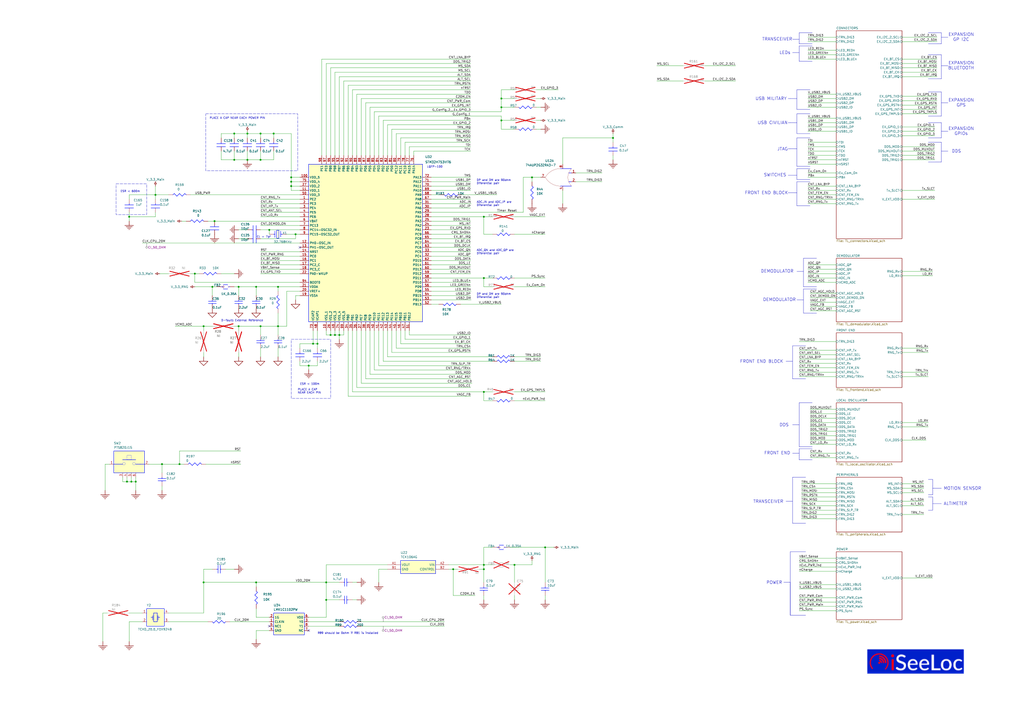
<source format=kicad_sch>
(kicad_sch (version 20231120) (generator "eeschema") (generator_version "8.0")
  (paper "A2")
  (junction (at 123.19 166.37))
  (junction (at 124.46 128.27))
  (junction (at 118.11 189.23))
  (junction (at 148.59 166.37))
  (junction (at 168.91 105.41))
  (junction (at 73.66 279.4))
  (junction (at 143.51 92.71))
  (junction (at 298.45 327.66))
  (junction (at 171.45 135.89))
  (junction (at 290.83 57.15))
  (junction (at 78.74 279.4))
  (junction (at 161.29 166.37))
  (junction (at 93.98 269.24))
  (junction (at 138.43 189.23))
  (junction (at 179.07 212.09))
  (junction (at 76.2 279.4))
  (junction (at 135.89 77.47))
  (junction (at 90.17 113.03))
  (junction (at 290.83 69.85))
  (junction (at 158.75 77.47))
  (junction (at 148.59 337.82))
  (junction (at 118.11 337.82))
  (junction (at 308.61 102.87))
  (junction (at 143.51 77.47))
  (junction (at 161.29 189.23))
  (junction (at 151.13 189.23))
  (junction (at 168.91 107.95))
  (junction (at 74.93 125.73))
  (junction (at 280.67 330.2))
  (junction (at 189.23 347.98))
  (junction (at 138.43 166.37))
  (junction (at 196.85 194.31))
  (junction (at 280.67 327.66))
  (junction (at 184.15 199.39))
  (junction (at 156.21 133.35))
  (junction (at 113.03 158.75))
  (junction (at 280.67 161.29))
  (junction (at 181.61 199.39))
  (junction (at 151.13 77.47))
  (junction (at 189.23 337.82))
  (junction (at 135.89 92.71))
  (junction (at 104.14 269.24))
  (junction (at 168.91 102.87))
  (junction (at 191.77 194.31))
  (junction (at 355.6 80.01))
  (junction (at 194.31 194.31))
  (junction (at 290.83 62.23))
  (junction (at 316.23 317.5))
  (junction (at 280.67 125.73))
  (junction (at 151.13 92.71))
  (junction (at 280.67 227.33))
  (junction (at 262.89 330.2))
  (no_connect (at 179.07 365.76))
  (no_connect (at 173.99 143.51))
  (no_connect (at 156.21 363.22))
  (wire (pts (xy 250.19 148.59) (xy 273.05 148.59)))
  (wire (pts (xy 227.33 204.47) (xy 227.33 191.77)))
  (polyline (pts (xy 459.74 262.89) (xy 463.55 262.89)))
  (wire (pts (xy 173.99 115.57) (xy 151.13 115.57)))
  (polyline (pts (xy 546.1 80.01) (xy 538.48 80.01)))
  (wire (pts (xy 260.35 330.2) (xy 262.89 330.2)))
  (wire (pts (xy 298.45 135.89) (xy 316.23 135.89)))
  (wire (pts (xy 280.67 135.89) (xy 285.75 135.89)))
  (wire (pts (xy 313.69 57.15) (xy 311.15 57.15)))
  (wire (pts (xy 280.67 125.73) (xy 280.67 135.89)))
  (wire (pts (xy 542.29 110.49) (xy 523.24 110.49)))
  (polyline (pts (xy 546.1 53.34) (xy 546.1 67.31)))
  (wire (pts (xy 204.47 227.33) (xy 204.47 191.77)))
  (polyline (pts (xy 462.28 86.36) (xy 458.47 86.36)))
  (wire (pts (xy 74.93 125.73) (xy 90.17 125.73)))
  (polyline (pts (xy 471.17 19.05) (xy 463.55 19.05)))
  (wire (pts (xy 469.9 240.03) (xy 485.14 240.03)))
  (wire (pts (xy 113.03 166.37) (xy 123.19 166.37)))
  (wire (pts (xy 173.99 148.59) (xy 151.13 148.59)))
  (wire (pts (xy 523.24 245.11) (xy 538.48 245.11)))
  (wire (pts (xy 250.19 128.27) (xy 273.05 128.27)))
  (wire (pts (xy 311.15 52.07) (xy 323.85 52.07)))
  (wire (pts (xy 227.33 74.93) (xy 273.05 74.93)))
  (wire (pts (xy 74.93 360.68) (xy 82.55 360.68)))
  (wire (pts (xy 485.14 107.95) (xy 468.63 107.95)))
  (wire (pts (xy 303.53 102.87) (xy 308.61 102.87)))
  (wire (pts (xy 74.93 125.73) (xy 74.93 123.19)))
  (wire (pts (xy 161.29 189.23) (xy 161.29 181.61)))
  (polyline (pts (xy 462.28 66.04) (xy 462.28 77.47)))
  (wire (pts (xy 298.45 69.85) (xy 290.83 69.85)))
  (wire (pts (xy 161.29 194.31) (xy 161.29 189.23)))
  (wire (pts (xy 250.19 161.29) (xy 280.67 161.29)))
  (wire (pts (xy 179.07 214.376) (xy 179.07 212.09)))
  (wire (pts (xy 93.98 284.48) (xy 93.98 281.94)))
  (wire (pts (xy 194.31 194.31) (xy 191.77 194.31)))
  (wire (pts (xy 151.13 80.01) (xy 151.13 77.47)))
  (wire (pts (xy 250.19 151.13) (xy 273.05 151.13)))
  (wire (pts (xy 250.19 102.87) (xy 273.05 102.87)))
  (wire (pts (xy 135.89 166.37) (xy 138.43 166.37)))
  (polyline (pts (xy 541.02 290.83) (xy 541.02 288.29)))
  (polyline (pts (xy 471.17 181.61) (xy 466.09 181.61)))
  (polyline (pts (xy 541.02 292.1) (xy 546.1 292.1)))
  (wire (pts (xy 76.2 279.4) (xy 78.74 279.4)))
  (wire (pts (xy 250.19 138.43) (xy 273.05 138.43)))
  (wire (pts (xy 119.38 269.24) (xy 139.7 269.24)))
  (wire (pts (xy 468.63 21.59) (xy 485.14 21.59)))
  (wire (pts (xy 280.67 327.66) (xy 280.67 330.2)))
  (wire (pts (xy 135.89 330.2) (xy 130.81 330.2)))
  (wire (pts (xy 179.07 363.22) (xy 196.85 363.22)))
  (polyline (pts (xy 538.48 67.31) (xy 546.1 67.31)))
  (wire (pts (xy 523.24 283.21) (xy 535.94 283.21)))
  (wire (pts (xy 298.45 166.37) (xy 316.23 166.37)))
  (wire (pts (xy 171.45 171.45) (xy 171.45 173.99)))
  (polyline (pts (xy 471.17 181.61) (xy 473.71 181.61)))
  (polyline (pts (xy 462.28 105.41) (xy 462.28 119.38)))
  (wire (pts (xy 173.99 120.65) (xy 151.13 120.65)))
  (wire (pts (xy 199.39 194.31) (xy 196.85 194.31)))
  (wire (pts (xy 396.24 46.99) (xy 381 46.99)))
  (wire (pts (xy 464.82 293.37) (xy 485.14 293.37)))
  (wire (pts (xy 523.24 66.04) (xy 543.56 66.04)))
  (wire (pts (xy 173.99 146.05) (xy 151.13 146.05)))
  (wire (pts (xy 326.39 118.11) (xy 326.39 110.49)))
  (wire (pts (xy 469.9 245.11) (xy 485.14 245.11)))
  (wire (pts (xy 523.24 87.63) (xy 542.29 87.63)))
  (wire (pts (xy 523.24 63.5) (xy 543.56 63.5)))
  (wire (pts (xy 86.36 269.24) (xy 93.98 269.24)))
  (wire (pts (xy 151.13 92.71) (xy 158.75 92.71)))
  (wire (pts (xy 285.75 232.41) (xy 280.67 232.41)))
  (wire (pts (xy 250.19 125.73) (xy 280.67 125.73)))
  (wire (pts (xy 234.95 90.17) (xy 234.95 82.55)))
  (wire (pts (xy 463.55 218.44) (xy 485.14 218.44)))
  (wire (pts (xy 469.9 237.49) (xy 485.14 237.49)))
  (wire (pts (xy 148.59 358.14) (xy 148.59 353.06)))
  (polyline (pts (xy 538.48 287.02) (xy 541.02 287.02)))
  (wire (pts (xy 143.51 77.47) (xy 151.13 77.47)))
  (polyline (pts (xy 538.48 19.05) (xy 546.1 19.05)))
  (wire (pts (xy 168.91 105.41) (xy 168.91 102.87)))
  (wire (pts (xy 262.89 345.44) (xy 262.89 330.2)))
  (wire (pts (xy 118.11 191.77) (xy 118.11 189.23)))
  (wire (pts (xy 523.24 41.91) (xy 543.56 41.91)))
  (wire (pts (xy 285.75 227.33) (xy 280.67 227.33)))
  (wire (pts (xy 166.37 135.89) (xy 171.45 135.89)))
  (wire (pts (xy 156.21 360.68) (xy 133.35 360.68)))
  (wire (pts (xy 184.15 199.39) (xy 184.15 191.77)))
  (wire (pts (xy 234.95 196.85) (xy 234.95 191.77)))
  (wire (pts (xy 463.55 346.71) (xy 485.14 346.71)))
  (wire (pts (xy 468.63 85.09) (xy 485.14 85.09)))
  (wire (pts (xy 469.9 257.81) (xy 485.14 257.81)))
  (wire (pts (xy 468.63 163.83) (xy 485.14 163.83)))
  (wire (pts (xy 523.24 285.75) (xy 535.94 285.75)))
  (wire (pts (xy 158.75 80.01) (xy 158.75 77.47)))
  (wire (pts (xy 161.29 168.91) (xy 161.29 166.37)))
  (wire (pts (xy 143.51 138.43) (xy 138.43 138.43)))
  (wire (pts (xy 90.17 125.73) (xy 90.17 123.19)))
  (wire (pts (xy 214.63 217.17) (xy 214.63 191.77)))
  (wire (pts (xy 523.24 36.83) (xy 543.56 36.83)))
  (wire (pts (xy 523.24 58.42) (xy 543.56 58.42)))
  (wire (pts (xy 184.15 209.55) (xy 184.15 212.09)))
  (wire (pts (xy 113.03 163.83) (xy 113.03 158.75)))
  (wire (pts (xy 207.01 224.79) (xy 207.01 191.77)))
  (wire (pts (xy 135.89 77.47) (xy 128.27 77.47)))
  (wire (pts (xy 191.77 90.17) (xy 191.77 39.37)))
  (wire (pts (xy 227.33 90.17) (xy 227.33 74.93)))
  (wire (pts (xy 143.51 92.71) (xy 143.51 87.63)))
  (wire (pts (xy 199.39 191.77) (xy 199.39 194.31)))
  (wire (pts (xy 285.75 207.01) (xy 224.79 207.01)))
  (wire (pts (xy 93.98 269.24) (xy 104.14 269.24)))
  (wire (pts (xy 463.55 339.09) (xy 485.14 339.09)))
  (wire (pts (xy 194.31 90.17) (xy 194.31 41.91)))
  (polyline (pts (xy 546.1 93.98) (xy 538.48 93.98)))
  (wire (pts (xy 250.19 146.05) (xy 273.05 146.05)))
  (polyline (pts (xy 546.1 25.4) (xy 538.48 25.4)))
  (wire (pts (xy 250.19 173.99) (xy 273.304 173.99)))
  (wire (pts (xy 523.24 21.59) (xy 543.56 21.59)))
  (polyline (pts (xy 463.55 264.16) (xy 463.55 266.7)))
  (wire (pts (xy 104.14 269.24) (xy 106.68 269.24)))
  (wire (pts (xy 463.55 208.28) (xy 485.14 208.28)))
  (wire (pts (xy 463.55 213.36) (xy 485.14 213.36)))
  (wire (pts (xy 196.85 90.17) (xy 196.85 44.45)))
  (polyline (pts (xy 471.17 233.68) (xy 463.55 233.68)))
  (wire (pts (xy 135.89 92.71) (xy 143.51 92.71)))
  (polyline (pts (xy 472.44 167.64) (xy 473.71 167.64)))
  (wire (pts (xy 523.24 247.65) (xy 538.48 247.65)))
  (polyline (pts (xy 459.74 303.53) (xy 467.36 303.53)))
  (polyline (pts (xy 462.28 111.76) (xy 457.2 111.76)))
  (wire (pts (xy 468.63 59.69) (xy 485.14 59.69)))
  (polyline (pts (xy 538.48 278.13) (xy 541.02 278.13)))
  (wire (pts (xy 151.13 189.23) (xy 161.29 189.23)))
  (wire (pts (xy 468.63 95.25) (xy 485.14 95.25)))
  (wire (pts (xy 189.23 337.82) (xy 189.23 347.98)))
  (polyline (pts (xy 549.91 87.63) (xy 546.1 87.63)))
  (wire (pts (xy 78.74 284.48) (xy 78.74 279.4)))
  (wire (pts (xy 285.75 166.37) (xy 280.67 166.37)))
  (wire (pts (xy 250.19 156.21) (xy 273.05 156.21)))
  (wire (pts (xy 485.14 262.89) (xy 469.9 262.89)))
  (wire (pts (xy 171.45 135.89) (xy 171.45 138.43)))
  (wire (pts (xy 295.91 317.5) (xy 316.23 317.5)))
  (wire (pts (xy 250.19 107.95) (xy 273.05 107.95)))
  (wire (pts (xy 523.24 201.93) (xy 538.48 201.93)))
  (wire (pts (xy 73.66 279.4) (xy 76.2 279.4)))
  (wire (pts (xy 173.99 110.49) (xy 168.91 110.49)))
  (wire (pts (xy 523.24 24.13) (xy 543.56 24.13)))
  (wire (pts (xy 523.24 39.37) (xy 543.56 39.37)))
  (wire (pts (xy 468.63 156.21) (xy 485.14 156.21)))
  (wire (pts (xy 523.24 157.48) (xy 541.02 157.48)))
  (wire (pts (xy 189.23 194.31) (xy 189.23 191.77)))
  (wire (pts (xy 237.49 194.31) (xy 237.49 191.77)))
  (wire (pts (xy 120.65 128.27) (xy 124.46 128.27)))
  (wire (pts (xy 217.17 214.63) (xy 217.17 191.77)))
  (wire (pts (xy 469.9 250.19) (xy 485.14 250.19)))
  (wire (pts (xy 408.94 38.1) (xy 426.72 38.1)))
  (wire (pts (xy 468.63 34.29) (xy 485.14 34.29)))
  (wire (pts (xy 212.09 90.17) (xy 212.09 59.69)))
  (wire (pts (xy 303.53 123.19) (xy 303.53 102.87)))
  (wire (pts (xy 250.19 176.53) (xy 254.508 176.53)))
  (wire (pts (xy 135.89 158.75) (xy 128.27 158.75)))
  (polyline (pts (xy 538.48 82.55) (xy 546.1 82.55)))
  (wire (pts (xy 229.87 201.93) (xy 273.05 201.93)))
  (polyline (pts (xy 473.71 166.37) (xy 466.09 166.37)))
  (wire (pts (xy 179.07 212.09) (xy 173.99 212.09)))
  (wire (pts (xy 219.71 212.09) (xy 219.71 191.77)))
  (polyline (pts (xy 538.48 45.72) (xy 546.1 45.72)))
  (wire (pts (xy 168.91 107.95) (xy 168.91 105.41)))
  (wire (pts (xy 156.21 133.35) (xy 173.99 133.35)))
  (polyline (pts (xy 546.1 82.55) (xy 546.1 93.98)))
  (wire (pts (xy 173.99 118.11) (xy 151.13 118.11)))
  (wire (pts (xy 212.09 59.69) (xy 273.05 59.69)))
  (wire (pts (xy 280.67 347.98) (xy 280.67 345.44)))
  (wire (pts (xy 123.19 166.37) (xy 125.73 166.37)))
  (wire (pts (xy 280.67 166.37) (xy 280.67 161.29)))
  (wire (pts (xy 538.48 204.47) (xy 523.24 204.47)))
  (wire (pts (xy 207.01 54.61) (xy 273.05 54.61)))
  (wire (pts (xy 204.47 52.07) (xy 273.05 52.07)))
  (wire (pts (xy 523.24 34.29) (xy 543.56 34.29)))
  (wire (pts (xy 104.14 261.62) (xy 139.7 261.62)))
  (wire (pts (xy 60.96 269.24) (xy 60.96 284.48)))
  (wire (pts (xy 128.27 77.47) (xy 128.27 80.01)))
  (wire (pts (xy 196.85 347.98) (xy 189.23 347.98)))
  (wire (pts (xy 396.24 38.1) (xy 381 38.1)))
  (wire (pts (xy 250.19 123.19) (xy 303.53 123.19)))
  (polyline (pts (xy 459.74 200.66) (xy 459.74 219.71)))
  (polyline (pts (xy 462.28 97.79) (xy 462.28 104.14)))
  (wire (pts (xy 250.19 158.75) (xy 273.05 158.75)))
  (wire (pts (xy 148.59 340.36) (xy 148.59 337.82)))
  (wire (pts (xy 290.83 52.07) (xy 298.45 52.07)))
  (wire (pts (xy 408.94 46.99) (xy 426.72 46.99)))
  (wire (pts (xy 280.67 330.2) (xy 278.13 330.2)))
  (polyline (pts (xy 458.47 337.82) (xy 458.47 356.87)))
  (wire (pts (xy 464.82 285.75) (xy 485.14 285.75)))
  (wire (pts (xy 224.79 90.17) (xy 224.79 72.39)))
  (polyline (pts (xy 549.91 21.59) (xy 546.1 21.59)))
  (wire (pts (xy 173.99 107.95) (xy 168.91 107.95)))
  (wire (pts (xy 313.69 74.93) (xy 311.15 74.93)))
  (wire (pts (xy 191.77 39.37) (xy 273.05 39.37)))
  (wire (pts (xy 74.93 372.11) (xy 74.93 360.68)))
  (wire (pts (xy 468.63 82.55) (xy 485.14 82.55)))
  (wire (pts (xy 186.69 34.29) (xy 273.05 34.29)))
  (wire (pts (xy 468.63 76.2) (xy 485.14 76.2)))
  (wire (pts (xy 280.67 327.66) (xy 285.75 327.66)))
  (polyline (pts (xy 455.93 209.55) (xy 459.74 209.55)))
  (wire (pts (xy 280.67 317.5) (xy 285.75 317.5)))
  (wire (pts (xy 485.14 175.26) (xy 469.9 175.26)))
  (polyline (pts (xy 467.36 320.04) (xy 458.47 320.04)))
  (polyline (pts (xy 463.55 25.4) (xy 471.17 25.4)))
  (polyline (pts (xy 463.55 19.05) (xy 463.55 25.4)))
  (wire (pts (xy 173.99 130.81) (xy 151.13 130.81)))
  (wire (pts (xy 224.79 72.39) (xy 273.05 72.39)))
  (polyline (pts (xy 458.47 356.87) (xy 467.36 356.87)))
  (wire (pts (xy 485.14 110.49) (xy 468.63 110.49)))
  (wire (pts (xy 308.61 102.87) (xy 313.69 102.87)))
  (wire (pts (xy 181.61 199.39) (xy 181.61 191.77)))
  (wire (pts (xy 290.83 69.85) (xy 290.83 74.93)))
  (wire (pts (xy 464.82 288.29) (xy 485.14 288.29)))
  (wire (pts (xy 334.01 100.33) (xy 349.25 100.33)))
  (polyline (pts (xy 538.48 288.29) (xy 541.02 288.29)))
  (wire (pts (xy 267.208 176.53) (xy 290.83 176.53)))
  (wire (pts (xy 355.6 82.55) (xy 355.6 80.01)))
  (polyline (pts (xy 469.9 97.79) (xy 462.28 97.79)))
  (wire (pts (xy 463.55 205.74) (xy 485.14 205.74)))
  (wire (pts (xy 173.99 151.13) (xy 151.13 151.13)))
  (wire (pts (xy 158.75 92.71) (xy 158.75 87.63)))
  (wire (pts (xy 179.07 360.68) (xy 196.85 360.68)))
  (wire (pts (xy 316.23 317.5) (xy 321.31 317.5)))
  (wire (pts (xy 110.49 158.75) (xy 113.03 158.75)))
  (wire (pts (xy 250.19 110.49) (xy 273.05 110.49)))
  (wire (pts (xy 135.89 80.01) (xy 135.89 77.47)))
  (polyline (pts (xy 469.9 77.47) (xy 462.28 77.47)))
  (wire (pts (xy 128.27 87.63) (xy 128.27 92.71)))
  (wire (pts (xy 161.29 207.01) (xy 161.29 201.93)))
  (wire (pts (xy 463.55 215.9) (xy 485.14 215.9)))
  (wire (pts (xy 523.24 293.37) (xy 535.94 293.37)))
  (wire (pts (xy 468.63 102.87) (xy 485.14 102.87)))
  (polyline (pts (xy 466.09 157.48) (xy 462.28 157.48)))
  (wire (pts (xy 316.23 337.82) (xy 316.23 317.5)))
  (wire (pts (xy 189.23 36.83) (xy 273.05 36.83)))
  (wire (pts (xy 74.93 128.27) (xy 74.93 125.73)))
  (wire (pts (xy 523.24 76.2) (xy 542.29 76.2)))
  (wire (pts (xy 290.83 74.93) (xy 298.45 74.93)))
  (wire (pts (xy 204.47 90.17) (xy 204.47 52.07)))
  (polyline (pts (xy 469.9 52.07) (xy 462.28 52.07)))
  (wire (pts (xy 468.63 29.21) (xy 485.14 29.21)))
  (wire (pts (xy 90.17 107.95) (xy 90.17 113.03)))
  (wire (pts (xy 151.13 133.35) (xy 156.21 133.35)))
  (wire (pts (xy 250.19 135.89) (xy 273.05 135.89)))
  (wire (pts (xy 468.63 87.63) (xy 485.14 87.63)))
  (wire (pts (xy 326.39 95.25) (xy 326.39 80.01)))
  (wire (pts (xy 171.45 135.89) (xy 173.99 135.89)))
  (polyline (pts (xy 538.48 53.34) (xy 546.1 53.34)))
  (polyline (pts (xy 462.28 52.07) (xy 462.28 63.5)))
  (wire (pts (xy 101.6 189.23) (xy 118.11 189.23)))
  (polyline (pts (xy 457.2 86.36) (xy 458.47 86.36)))
  (wire (pts (xy 71.12 276.86) (xy 71.12 279.4)))
  (wire (pts (xy 207.01 224.79) (xy 273.05 224.79)))
  (wire (pts (xy 316.23 227.33) (xy 298.45 227.33)))
  (wire (pts (xy 485.14 255.27) (xy 469.9 255.27)))
  (wire (pts (xy 104.14 269.24) (xy 104.14 261.62)))
  (wire (pts (xy 173.99 102.87) (xy 168.91 102.87)))
  (polyline (pts (xy 469.9 80.01) (xy 462.28 80.01)))
  (wire (pts (xy 71.12 279.4) (xy 73.66 279.4)))
  (wire (pts (xy 240.03 87.63) (xy 273.05 87.63)))
  (polyline (pts (xy 463.55 260.35) (xy 463.55 264.16)))
  (wire (pts (xy 194.31 194.31) (xy 194.31 191.77)))
  (wire (pts (xy 82.55 355.6) (xy 74.93 355.6)))
  (wire (pts (xy 118.11 207.01) (xy 118.11 204.47)))
  (wire (pts (xy 201.93 49.53) (xy 273.05 49.53)))
  (wire (pts (xy 240.03 90.17) (xy 240.03 87.63)))
  (wire (pts (xy 275.59 345.44) (xy 262.89 345.44)))
  (wire (pts (xy 250.19 105.41) (xy 273.05 105.41)))
  (wire (pts (xy 173.99 199.39) (xy 181.61 199.39)))
  (wire (pts (xy 234.95 196.85) (xy 273.05 196.85)))
  (wire (pts (xy 298.45 207.01) (xy 313.69 207.01)))
  (wire (pts (xy 229.87 201.93) (xy 229.87 191.77)))
  (wire (pts (xy 107.95 128.27) (xy 105.41 128.27)))
  (wire (pts (xy 151.13 207.01) (xy 151.13 201.93)))
  (wire (pts (xy 485.14 118.11) (xy 468.63 118.11)))
  (wire (pts (xy 151.13 92.71) (xy 151.13 87.63)))
  (wire (pts (xy 59.69 372.11) (xy 59.69 355.6)))
  (wire (pts (xy 194.31 41.91) (xy 273.05 41.91)))
  (wire (pts (xy 237.49 90.17) (xy 237.49 85.09)))
  (wire (pts (xy 464.82 290.83) (xy 485.14 290.83)))
  (wire (pts (xy 214.63 62.23) (xy 273.05 62.23)))
  (wire (pts (xy 173.99 125.73) (xy 151.13 125.73)))
  (wire (pts (xy 250.19 166.37) (xy 273.05 166.37)))
  (wire (pts (xy 173.99 105.41) (xy 168.91 105.41)))
  (wire (pts (xy 290.83 67.31) (xy 290.83 69.85)))
  (wire (pts (xy 93.98 269.24) (xy 93.98 274.32)))
  (wire (pts (xy 280.67 125.73) (xy 285.75 125.73)))
  (wire (pts (xy 171.45 138.43) (xy 151.13 138.43)))
  (wire (pts (xy 250.19 115.57) (xy 273.05 115.57)))
  (wire (pts (xy 523.24 55.88) (xy 543.56 55.88)))
  (wire (pts (xy 196.85 44.45) (xy 273.05 44.45)))
  (wire (pts (xy 523.24 73.66) (xy 542.29 73.66)))
  (wire (pts (xy 334.01 105.41) (xy 349.25 105.41)))
  (wire (pts (xy 313.69 62.23) (xy 311.15 62.23)))
  (wire (pts (xy 229.87 90.17) (xy 229.87 77.47)))
  (wire (pts (xy 214.63 217.17) (xy 273.05 217.17)))
  (polyline (pts (xy 538.48 295.91) (xy 541.02 295.91)))
  (polyline (pts (xy 457.2 57.15) (xy 458.47 57.15)))
  (wire (pts (xy 138.43 166.37) (xy 148.59 166.37)))
  (wire (pts (xy 280.67 232.41) (xy 280.67 227.33)))
  (wire (pts (xy 217.17 64.77) (xy 290.83 64.77)))
  (wire (pts (xy 298.45 62.23) (xy 290.83 62.23)))
  (wire (pts (xy 523.24 255.27) (xy 537.21 255.27)))
  (polyline (pts (xy 463.55 30.48) (xy 459.74 30.48)))
  (wire (pts (xy 212.09 219.71) (xy 273.05 219.71)))
  (wire (pts (xy 463.55 326.39) (xy 485.14 326.39)))
  (polyline (pts (xy 459.74 276.86) (xy 459.74 303.53)))
  (wire (pts (xy 207.01 347.98) (xy 204.47 347.98)))
  (wire (pts (xy 148.59 166.37) (xy 161.29 166.37)))
  (wire (pts (xy 186.69 90.17) (xy 186.69 34.29)))
  (wire (pts (xy 209.55 222.25) (xy 273.812 222.25)))
  (polyline (pts (xy 459.74 246.38) (xy 463.55 246.38)))
  (wire (pts (xy 219.71 67.31) (xy 290.83 67.31)))
  (wire (pts (xy 59.69 355.6) (xy 62.23 355.6)))
  (wire (pts (xy 468.63 68.58) (xy 485.14 68.58)))
  (wire (pts (xy 78.74 279.4) (xy 78.74 276.86)))
  (wire (pts (xy 468.63 71.12) (xy 485.14 71.12)))
  (polyline (pts (xy 459.74 219.71) (xy 467.36 219.71)))
  (wire (pts (xy 151.13 194.31) (xy 151.13 189.23)))
  (polyline (pts (xy 455.93 290.83) (xy 459.74 290.83)))
  (wire (pts (xy 63.5 269.24) (xy 60.96 269.24)))
  (polyline (pts (xy 471.17 35.56) (xy 463.55 35.56)))
  (polyline (pts (xy 546.1 38.1) (xy 549.91 38.1)))
  (polyline (pts (xy 462.28 57.15) (xy 458.47 57.15)))
  (wire (pts (xy 463.55 341.63) (xy 485.14 341.63)))
  (wire (pts (xy 161.29 189.23) (xy 166.37 189.23)))
  (wire (pts (xy 280.67 327.66) (xy 280.67 317.5)))
  (wire (pts (xy 541.02 160.02) (xy 523.24 160.02)))
  (polyline (pts (xy 469.9 63.5) (xy 462.28 63.5)))
  (wire (pts (xy 468.63 57.15) (xy 485.14 57.15)))
  (polyline (pts (xy 546.1 19.05) (xy 546.1 25.4)))
  (wire (pts (xy 97.79 113.03) (xy 90.17 113.03)))
  (wire (pts (xy 143.51 80.01) (xy 143.51 77.47)))
  (wire (pts (xy 468.63 158.75) (xy 485.14 158.75)))
  (wire (pts (xy 76.2 276.86) (xy 76.2 279.4)))
  (wire (pts (xy 148.59 337.82) (xy 118.11 337.82)))
  (wire (pts (xy 138.43 189.23) (xy 151.13 189.23)))
  (polyline (pts (xy 454.66 337.82) (xy 458.47 337.82)))
  (wire (pts (xy 250.19 130.81) (xy 273.05 130.81)))
  (wire (pts (xy 469.9 247.65) (xy 485.14 247.65)))
  (wire (pts (xy 97.79 355.6) (xy 118.11 355.6)))
  (wire (pts (xy 316.23 347.98) (xy 316.23 345.44)))
  (wire (pts (xy 118.11 337.82) (xy 118.11 330.2)))
  (wire (pts (xy 168.91 110.49) (xy 168.91 107.95)))
  (wire (pts (xy 143.51 77.47) (xy 143.51 76.2)))
  (wire (pts (xy 468.63 92.71) (xy 485.14 92.71)))
  (wire (pts (xy 523.24 290.83) (xy 535.94 290.83)))
  (polyline (pts (xy 457.2 71.12) (xy 458.47 71.12)))
  (polyline (pts (xy 538.48 31.75) (xy 546.1 31.75)))
  (wire (pts (xy 196.85 337.82) (xy 189.23 337.82)))
  (polyline (pts (xy 467.36 276.86) (xy 459.74 276.86)))
  (wire (pts (xy 485.14 172.72) (xy 469.9 172.72)))
  (wire (pts (xy 469.9 242.57) (xy 485.14 242.57)))
  (wire (pts (xy 209.55 363.22) (xy 257.81 363.22)))
  (polyline (pts (xy 469.9 96.52) (xy 462.28 96.52)))
  (wire (pts (xy 97.79 158.75) (xy 92.71 158.75)))
  (wire (pts (xy 113.03 158.75) (xy 115.57 158.75)))
  (wire (pts (xy 73.66 276.86) (xy 73.66 279.4)))
  (wire (pts (xy 156.21 365.76) (xy 148.59 365.76)))
  (wire (pts (xy 227.33 204.47) (xy 273.05 204.47)))
  (polyline (pts (xy 459.74 22.86) (xy 463.55 22.86)))
  (wire (pts (xy 189.23 337.82) (xy 148.59 337.82)))
  (wire (pts (xy 201.93 229.87) (xy 273.05 229.87)))
  (wire (pts (xy 219.71 330.2) (xy 219.71 337.82)))
  (wire (pts (xy 189.23 347.98) (xy 189.23 358.14)))
  (wire (pts (xy 189.23 90.17) (xy 189.23 36.83)))
  (wire (pts (xy 209.55 90.17) (xy 209.55 57.15)))
  (wire (pts (xy 219.71 212.09) (xy 273.05 212.09)))
  (wire (pts (xy 295.91 327.66) (xy 298.45 327.66)))
  (polyline (pts (xy 463.55 26.67) (xy 463.55 35.56)))
  (wire (pts (xy 234.95 82.55) (xy 273.05 82.55)))
  (polyline (pts (xy 462.28 71.12) (xy 458.47 71.12)))
  (wire (pts (xy 196.85 194.31) (xy 196.85 191.77)))
  (wire (pts (xy 355.6 80.01) (xy 355.6 77.47)))
  (wire (pts (xy 485.14 180.34) (xy 469.9 180.34)))
  (wire (pts (xy 464.82 283.21) (xy 485.14 283.21)))
  (polyline (pts (xy 463.55 259.08) (xy 471.17 259.08)))
  (wire (pts (xy 280.67 161.29) (xy 285.75 161.29)))
  (wire (pts (xy 298.45 57.15) (xy 290.83 57.15)))
  (wire (pts (xy 523.24 215.9) (xy 538.48 215.9)))
  (wire (pts (xy 463.55 210.82) (xy 485.14 210.82)))
  (wire (pts (xy 463.55 323.85) (xy 485.14 323.85)))
  (polyline (pts (xy 462.28 104.14) (xy 469.9 104.14)))
  (wire (pts (xy 355.6 92.71) (xy 355.6 90.17)))
  (wire (pts (xy 485.14 198.12) (xy 463.55 198.12)))
  (wire (pts (xy 485.14 203.2) (xy 463.55 203.2)))
  (wire (pts (xy 232.41 199.39) (xy 273.05 199.39)))
  (wire (pts (xy 209.55 360.68) (xy 257.81 360.68)))
  (wire (pts (xy 158.75 77.47) (xy 151.13 77.47)))
  (wire (pts (xy 123.19 171.45) (xy 123.19 166.37)))
  (wire (pts (xy 217.17 214.63) (xy 273.05 214.63)))
  (polyline (pts (xy 466.09 167.64) (xy 466.09 181.61)))
  (wire (pts (xy 173.99 171.45) (xy 171.45 171.45)))
  (polyline (pts (xy 466.09 167.64) (xy 472.44 167.64)))
  (wire (pts (xy 260.35 327.66) (xy 280.67 327.66)))
  (wire (pts (xy 201.93 90.17) (xy 201.93 49.53)))
  (wire (pts (xy 224.79 207.01) (xy 224.79 191.77)))
  (wire (pts (xy 463.55 331.47) (xy 485.14 331.47)))
  (wire (pts (xy 280.67 227.33) (xy 204.47 227.33)))
  (wire (pts (xy 166.37 168.91) (xy 173.99 168.91)))
  (wire (pts (xy 485.14 113.03) (xy 468.63 113.03)))
  (wire (pts (xy 468.63 161.29) (xy 485.14 161.29)))
  (wire (pts (xy 463.55 351.79) (xy 485.14 351.79)))
  (wire (pts (xy 250.19 168.91) (xy 273.304 168.91)))
  (wire (pts (xy 135.89 92.71) (xy 135.89 87.63)))
  (wire (pts (xy 308.61 327.66) (xy 308.61 325.12)))
  (wire (pts (xy 156.21 135.89) (xy 156.21 133.35)))
  (wire (pts (xy 290.83 64.77) (xy 290.83 62.23)))
  (polyline (pts (xy 541.02 281.94) (xy 541.02 287.02)))
  (wire (pts (xy 250.19 163.83) (xy 273.05 163.83)))
  (wire (pts (xy 313.69 69.85) (xy 311.15 69.85)))
  (wire (pts (xy 250.19 120.65) (xy 273.05 120.65)))
  (wire (pts (xy 250.19 171.45) (xy 273.05 171.45)))
  (wire (pts (xy 298.45 161.29) (xy 316.23 161.29)))
  (wire (pts (xy 308.61 105.41) (xy 308.61 102.87)))
  (wire (pts (xy 237.49 85.09) (xy 273.05 85.09)))
  (polyline (pts (xy 463.55 266.7) (xy 471.17 266.7)))
  (wire (pts (xy 290.83 62.23) (xy 290.83 57.15)))
  (wire (pts (xy 298.45 327.66) (xy 308.61 327.66)))
  (wire (pts (xy 523.24 92.71) (xy 542.29 92.71)))
  (polyline (pts (xy 546.1 71.12) (xy 546.1 80.01)))
  (wire (pts (xy 535.94 298.45) (xy 523.24 298.45)))
  (wire (pts (xy 464.82 280.67) (xy 485.14 280.67)))
  (wire (pts (xy 168.91 102.87) (xy 168.91 77.47)))
  (wire (pts (xy 82.55 140.97) (xy 173.99 140.97)))
  (polyline (pts (xy 473.71 149.86) (xy 466.09 149.86)))
  (wire (pts (xy 485.14 298.45) (xy 464.82 298.45)))
  (wire (pts (xy 173.99 156.21) (xy 151.13 156.21)))
  (wire (pts (xy 189.23 358.14) (xy 179.07 358.14)))
  (wire (pts (xy 191.77 194.31) (xy 189.23 194.31)))
  (wire (pts (xy 90.17 113.03) (xy 74.93 113.03)))
  (wire (pts (xy 124.46 128.27) (xy 173.99 128.27)))
  (wire (pts (xy 201.93 229.87) (xy 201.93 191.77)))
  (wire (pts (xy 298.45 347.98) (xy 298.45 345.44)))
  (wire (pts (xy 468.63 73.66) (xy 485.14 73.66)))
  (wire (pts (xy 485.14 300.99) (xy 464.82 300.99)))
  (polyline (pts (xy 463.55 260.35) (xy 471.17 260.35)))
  (wire (pts (xy 222.25 69.85) (xy 273.05 69.85)))
  (wire (pts (xy 485.14 177.8) (xy 469.9 177.8)))
  (wire (pts (xy 224.79 330.2) (xy 219.71 330.2)))
  (polyline (pts (xy 467.36 200.66) (xy 459.74 200.66)))
  (wire (pts (xy 214.63 90.17) (xy 214.63 62.23)))
  (wire (pts (xy 229.87 77.47) (xy 273.05 77.47)))
  (wire (pts (xy 199.39 46.99) (xy 273.05 46.99)))
  (wire (pts (xy 184.15 201.93) (xy 184.15 199.39)))
  (wire (pts (xy 542.29 115.57) (xy 523.24 115.57)))
  (wire (pts (xy 262.89 330.2) (xy 265.43 330.2)))
  (wire (pts (xy 326.39 80.01) (xy 355.6 80.01)))
  (wire (pts (xy 168.91 77.47) (xy 158.75 77.47)))
  (wire (pts (xy 523.24 60.96) (xy 543.56 60.96)))
  (polyline (pts (xy 458.47 320.04) (xy 458.47 356.87)))
  (wire (pts (xy 523.24 90.17) (xy 542.29 90.17)))
  (wire (pts (xy 224.79 327.66) (xy 189.23 327.66)))
  (wire (pts (xy 237.49 194.31) (xy 273.05 194.31)))
  (wire (pts (xy 148.59 365.76) (xy 148.59 370.84)))
  (wire (pts (xy 250.19 143.51) (xy 273.05 143.51)))
  (polyline (pts (xy 466.09 173.99) (xy 462.28 173.99)))
  (polyline (pts (xy 466.09 149.86) (xy 466.09 166.37)))
  (wire (pts (xy 128.27 92.71) (xy 135.89 92.71)))
  (wire (pts (xy 191.77 194.31) (xy 191.77 191.77)))
  (polyline (pts (xy 462.28 80.01) (xy 462.28 96.52)))
  (wire (pts (xy 285.75 209.55) (xy 222.25 209.55)))
  (wire (pts (xy 118.11 355.6) (xy 118.11 337.82)))
  (polyline (pts (xy 462.28 119.38) (xy 469.9 119.38)))
  (wire (pts (xy 184.15 212.09) (xy 179.07 212.09)))
  (wire (pts (xy 199.39 90.17) (xy 199.39 46.99)))
  (wire (pts (xy 298.45 337.82) (xy 298.45 327.66)))
  (polyline (pts (xy 538.48 71.12) (xy 546.1 71.12)))
  (polyline (pts (xy 541.02 290.83) (xy 541.02 295.91)))
  (polyline (pts (xy 471.17 26.67) (xy 463.55 26.67)))
  (wire (pts (xy 485.14 265.43) (xy 469.9 265.43)))
  (wire (pts (xy 468.63 62.23) (xy 485.14 62.23)))
  (wire (pts (xy 250.19 133.35) (xy 273.05 133.35)))
  (wire (pts (xy 290.83 57.15) (xy 290.83 52.07)))
  (wire (pts (xy 173.99 158.75) (xy 151.13 158.75)))
  (wire (pts (xy 138.43 207.01) (xy 138.43 204.47)))
  (wire (pts (xy 468.63 31.75) (xy 485.14 31.75)))
  (wire (pts (xy 173.99 201.93) (xy 173.99 199.39)))
  (wire (pts (xy 464.82 295.91) (xy 485.14 295.91)))
  (wire (pts (xy 485.14 170.18) (xy 469.9 170.18)))
  (wire (pts (xy 161.29 166.37) (xy 173.99 166.37)))
  (wire (pts (xy 485.14 100.33) (xy 468.63 100.33)))
  (wire (pts (xy 468.63 24.13) (xy 485.14 24.13)))
  (wire (pts (xy 138.43 191.77) (xy 138.43 189.23)))
  (wire (pts (xy 523.24 335.28) (xy 541.02 335.28)))
  (wire (pts (xy 280.67 337.82) (xy 280.67 330.2)))
  (polyline (pts (xy 546.1 31.75) (xy 546.1 45.72)))
  (wire (pts (xy 232.41 90.17) (xy 232.41 80.01)))
  (wire (pts (xy 298.45 209.55) (xy 313.69 209.55)))
  (polyline (pts (xy 546.1 59.69) (xy 549.91 59.69)))
  (wire (pts (xy 148.59 171.45) (xy 148.59 166.37)))
  (wire (pts (xy 196.85 196.85) (xy 196.85 194.31)))
  (wire (pts (xy 209.55 57.15) (xy 273.05 57.15)))
  (wire (pts (xy 173.99 113.03) (xy 110.49 113.03)))
  (wire (pts (xy 232.41 80.01) (xy 273.05 80.01)))
  (wire (pts (xy 468.63 90.17) (xy 485.14 90.17)))
  (wire (pts (xy 212.09 219.71) (xy 212.09 191.77)))
  (wire (pts (xy 173.99 163.83) (xy 113.03 163.83)))
  (wire (pts (xy 523.24 78.74) (xy 542.29 78.74)))
  (wire (pts (xy 209.55 222.25) (xy 209.55 191.77)))
  (wire (pts (xy 222.25 209.55) (xy 222.25 191.77)))
  (wire (pts (xy 173.99 153.67) (xy 151.13 153.67)))
  (wire (pts (xy 189.23 327.66) (xy 189.23 337.82)))
  (wire (pts (xy 469.9 252.73) (xy 485.14 252.73)))
  (wire (pts (xy 74.93 113.03) (xy 74.93 115.57)))
  (wire (pts (xy 232.41 199.39) (xy 232.41 191.77)))
  (wire (pts (xy 196.85 194.31) (xy 194.31 194.31)))
  (wire (pts (xy 250.19 140.97) (xy 273.05 140.97)))
  (polyline (pts (xy 463.55 233.68) (xy 463.55 259.08)))
  (wire (pts (xy 267.97 113.03) (xy 288.29 113.03)))
  (wire (pts (xy 468.63 153.67) (xy 485.14 153.67)))
  (wire (pts (xy 143.51 92.71) (xy 151.13 92.71)))
  (wire (pts (xy 135.89 189.23) (xy 138.43 189.23)))
  (wire (pts (xy 143.51 133.35) (xy 138.43 133.35)))
  (wire (pts (xy 523.24 218.44) (xy 538.48 218.44)))
  (wire (pts (xy 468.63 54.61) (xy 485.14 54.61)))
  (wire (pts (xy 118.11 330.2) (xy 123.19 330.2)))
  (polyline (pts (xy 541.02 283.21) (xy 546.1 283.21)))
  (wire (pts (xy 523.24 280.67) (xy 535.94 280.67)))
  (wire (pts (xy 463.55 349.25) (xy 485.14 349.25)))
  (wire (pts (xy 181.61 199.39) (xy 184.15 199.39)))
  (polyline (pts (xy 541.02 281.94) (xy 541.02 278.13)))
  (wire (pts (xy 166.37 189.23) (xy 166.37 168.91)))
  (polyline (pts (xy 462.28 105.41) (xy 469.9 105.41)))
  (wire (pts (xy 523.24 44.45) (xy 543.56 44.45)))
  (polyline (pts (xy 457.2 101.6) (xy 462.28 101.6)))
  (wire (pts (xy 173.99 123.19) (xy 151.13 123.19)))
  (polyline (pts (xy 549.91 76.2) (xy 546.1 76.2)))
  (wire (pts (xy 250.19 113.03) (xy 255.27 113.03)))
  (wire (pts (xy 250.19 153.67) (xy 273.05 153.67)))
  (wire (pts (xy 207.01 90.17) (xy 207.01 54.61)))
  (wire (pts (xy 298.45 232.41) (xy 316.23 232.41)))
  (wire (pts (xy 485.14 115.57) (xy 468.63 115.57)))
  (wire (pts (xy 207.01 337.82) (xy 204.47 337.82)))
  (wire (pts (xy 173.99 212.09) (xy 173.99 209.55)))
  (wire (pts (xy 143.51 77.47) (xy 135.89 77.47)))
  (wire (pts (xy 120.65 360.68) (xy 97.79 360.68)))
  (wire (pts (xy 463.55 354.33) (xy 485.14 354.33)))
  (wire (pts (xy 156.21 358.14) (xy 148.59 358.14)))
  (wire (pts (xy 298.45 125.73) (xy 316.23 125.73)))
  (wire (pts (xy 250.19 118.11) (xy 273.304 118.11)))
  (wire (pts (xy 118.11 189.23) (xy 123.19 189.23)))
  (wire (pts (xy 217.17 90.17) (xy 217.17 64.77)))
  (wire (pts (xy 90.17 115.57) (xy 90.17 113.03)))
  (polyline (pts (xy 469.9 66.04) (xy 462.28 66.04)))
  (wire (pts (xy 523.24 85.09) (xy 542.29 85.09)))
  (wire (pts (xy 219.71 90.17) (xy 219.71 67.31)))
  (wire (pts (xy 222.25 90.17) (xy 222.25 69.85)))
  (wire (pts (xy 463.55 328.93) (xy 485.14 328.93)))
  (wire (pts (xy 138.43 171.45) (xy 138.43 166.37)))
  (rectangle (start 67.31 106.68) (end 85.09 124.46) (stroke (width 0) (type dash)))
  (rectangle (start 119.38 66.04) (end 172.72 99.06) (stroke (width 0) (type dash)))
  (rectangle (start 168.91 196.85) (end 191.77 231.14) (stroke (width 0) (type dash)))
  (image (at 531.114 383.5432) (scale 3.78099))
  (text_box "DP and DM are 90ohm\nDiferential pair" (at 300.228 168.91 0) (size -24.638 4.572) (stroke (width -0.0001) (color 0 0 0 1)) (effects (font (size 1.143 1.143)) (justify left top)))
  (text_box "ADC_IN and ADC_IP are \nDiferential pair" (at 304.038 115.57 0) (size -28.448 4.572) (stroke (width -0.0001) (color 0 0 0 1)) (effects (font (size 1.143 1.143)) (justify left top)))
  (text_box "DP and DM are 90ohm\nDiferential pair" (at 300.228 102.87 0) (size -24.638 4.572) (stroke (width -0.0001) (color 0 0 0 1)) (effects (font (size 1.143 1.143)) (justify left top)))
  (text_box "ADC_QN and ADC_QP are \nDiferential pair" (at 304.038 143.51 0) (size -28.448 4.572) (stroke (width -0.0001) (color 0 0 0 1)) (effects (font (size 1.143 1.143)) (justify left top)))
  (text_box "PLACE A CAP NEAR EACH POWER PIN" (at 120.65 66.04 0) (size 35.56 4.572) (stroke (width -0.0001) (color 0 0 0 1)) (effects (font (size 1.143 1.143)) (justify left)))
  (text "TRANSCEIVER" (at 436.88 292.1 0) (effects (font (size 1.778 1.778)) (justify left bottom)))
  (text "EXPANSION\nGPIOs" (at 557.53 76.2 0) (effects (font (size 1.778 1.778))))
  (text "DEMODULATOR" (at 452.12 173.99 0) (effects (font (size 1.778 1.778))))
  (text "JTAG" (at 450.85 87.63 0) (effects (font (size 1.778 1.778)) (justify left bottom)))
  (text "TRANSCEIVER" (at 450.85 22.86 0) (effects (font (size 1.778 1.778))))
  (text "FRONT END BLOCK" (at 429.26 210.82 0) (effects (font (size 1.778 1.778)) (justify left bottom)))
  (text "DDS" (at 557.53 88.9 0) (effects (font (size 1.778 1.778)) (justify right bottom)))
  (text "MOTION SENSOR" (at 547.37 284.48 0) (effects (font (size 1.778 1.778)) (justify left bottom)))
  (text "R89 should be 0ohm if R81 is installed" (at 184.15 368.046 0) (effects (font (size 1.143 1.143)) (justify left bottom)))
  (text "EXPANSION\nGP I2C" (at 557.53 21.59 0) (effects (font (size 1.778 1.778))))
  (text "POWER" (at 444.5 339.09 0) (effects (font (size 1.778 1.778)) (justify left bottom)))
  (text "PLACE A CAP\nNEAR EACH PIN" (at 172.72 228.6 0) (effects (font (size 1.143 1.143)) (justify left bottom)))
  (text "EXPANSION\nBLUETOOTH" (at 557.53 38.1 0) (effects (font (size 1.778 1.778))))
  (text "ALTIMETER" (at 547.37 293.37 0) (effects (font (size 1.778 1.778)) (justify left bottom)))
  (text "FRONT END BLOCK" (at 457.2 113.03 0) (effects (font (size 1.778 1.778)) (justify right bottom)))
  (text "DDS" (at 452.12 247.65 0) (effects (font (size 1.778 1.778)) (justify left bottom)))
  (text "EXPANSION\nGPS" (at 557.53 59.69 0) (effects (font (size 1.778 1.778))))
  (text "LQFP-100" (at 247.65 97.536 0) (effects (font (size 1.143 1.143)) (justify left bottom)))
  (text "SWITCHES" (at 449.58 101.6 0) (effects (font (size 1.778 1.778))))
  (text "ESR < 100m" (at 173.99 223.52 0) (effects (font (size 1.143 1.143)) (justify left bottom)))
  (text "LEDs" (at 452.12 31.75 0) (effects (font (size 1.778 1.778)) (justify left bottom)))
  (text "USB CIVILIAN" (at 439.42 72.39 0) (effects (font (size 1.778 1.778)) (justify left bottom)))
  (text "CL = 7pF" (at 148.844 138.176 0) (effects (font (size 1.143 1.143)) (justify left bottom)))
  (text "FRONT END" (at 450.85 262.89 0) (effects (font (size 1.778 1.778))))
  (text "USB MILITARY" (at 438.15 58.42 0) (effects (font (size 1.778 1.778)) (justify left bottom)))
  (text "DEMODULATOR" (at 450.85 157.48 0) (effects (font (size 1.778 1.778))))
  (text "ESR < 600m" (at 69.85 111.76 0) (effects (font (size 1.143 1.143)) (justify left bottom)))
  (text "D-fault: External Reference" (at 128.27 186.69 0) (effects (font (size 1.143 1.143)) (justify left bottom)))
  (label "TRN_DIG2" (at 464.82 298.45 0))
  (label "EX_GPS_RXD" (at 273.05 133.35 180))
  (label "ALT_SDA" (at 535.94 290.83 180))
  (label "TRN_DIG3" (at 349.25 105.41 180))
  (label "V_USB2_VBUS" (at 463.55 341.63 0))
  (label "MS_SDA" (at 273.05 39.37 180))
  (label "EX_GPIO_3" (at 323.85 52.07 180))
  (label "CNT_FEM_EN" (at 463.55 213.36 0))
  (label "TRN_IRQ" (at 273.05 74.93 180))
  (label "LED_GREENn" (at 273.05 166.37 180))
  (label "CNT_DEMOD_ON" (at 151.13 130.81 0))
  (label "ADC_IP" (at 273.05 120.65 180))
  (label "Ex_Com_On" (at 316.23 166.37 180))
  (label "CNT_FEM_EN" (at 468.63 113.03 0))
  (label "EX_GPIO_3" (at 542.29 78.74 180))
  (label "RST" (at 139.7 261.62 180))
  (label "TRN_IRQ" (at 464.82 280.67 0))
  (label "CNT_Rx" (at 463.55 210.82 0))
  (label "ALT_SCL" (at 535.94 293.37 180))
  (label "C20M_EN" (at 275.59 345.44 180))
  (label "EX_GPIO_1" (at 273.05 196.85 180))
  (label "EX_BT_IRQ" (at 273.05 138.43 180))
  (label "TDO" (at 273.05 54.61 180))
  (label "TRN_RSTN" (at 273.05 49.53 180))
  (label "EX_GPIO_2" (at 273.05 72.39 180))
  (label "PBn" (at 468.63 102.87 0))
  (label "MS_SCL" (at 273.05 41.91 180))
  (label "USB2_DP" (at 273.05 171.45 180))
  (label "EX_I2C_2_SCL" (at 543.56 21.59 180))
  (label "TMS" (at 468.63 85.09 0))
  (label "VBAT_Sense" (at 463.55 323.85 0))
  (label "TRN_DIG3" (at 464.82 300.99 0))
  (label "USB1_DP" (at 273.05 105.41 180))
  (label "V_USB1_VBUS" (at 463.55 339.09 0))
  (label "CNT_AGC_RST" (at 469.9 180.34 0))
  (label "CNT_PWR_Main" (at 273.05 115.57 180))
  (label "TRN_DIG2" (at 349.25 100.33 180))
  (label "CNT_Rx" (at 469.9 262.89 0))
  (label "PS_Sync" (at 316.23 161.29 180))
  (label "CNT_ANT_SEL" (at 151.13 123.19 0))
  (label "nTRST" (at 468.63 92.71 0))
  (label "LED_GREENn" (at 468.63 31.75 0))
  (label "TDI" (at 273.05 85.09 180))
  (label "CNT_Rx" (at 151.13 118.11 0))
  (label "V_USB2_VBUS" (at 468.63 54.61 0))
  (label "CNT_LNA_BYP" (at 273.05 34.29 180))
  (label "G_Config_1" (at 273.05 67.31 180))
  (label "DDS_MOD" (at 469.9 255.27 0))
  (label "ALT_SDA" (at 273.05 44.45 180))
  (label "USB1_DM" (at 273.05 107.95 180))
  (label "USB_PWR" (at 113.03 113.03 0))
  (label "DDS_LE" (at 469.9 240.03 0))
  (label "CNT_ANT_SEL" (at 463.55 205.74 0))
  (label "ADC_QN" (at 468.63 156.21 0))
  (label "CLK_CPU_20M" (at 257.81 360.68 180))
  (label "nCharge" (at 463.55 331.47 0))
  (label "CNT_RNG_Tx" (at 463.55 215.9 0))
  (label "ADC_QN" (at 273.05 146.05 180))
  (label "VBAT_Sense" (at 151.13 156.21 0))
  (label "CNT_RNG/TRXn" (at 463.55 218.44 0))
  (label "TRN_RSTN" (at 464.82 288.29 0))
  (label "VDD_20M" (at 171.45 337.82 0))
  (label "EX_BT_CK" (at 273.05 199.39 180))
  (label "CNT_LO_Rx" (at 151.13 125.73 0))
  (label "VCMO_ADC" (at 101.6 189.23 0))
  (label "CLK_DDS" (at 257.81 363.22 180))
  (label "LO_RX" (at 541.02 160.02 180))
  (label "CNT_FEM_EN" (at 273.05 158.75 180))
  (label "TRN_CSn" (at 464.82 283.21 0))
  (label "EX_GPIO_1" (at 542.29 73.66 180))
  (label "TRN_Trx" (at 535.94 298.45 180))
  (label "Tx_SLCT" (at 538.48 218.44 180))
  (label "VAGC_EXT" (at 316.23 125.73 180))
  (label "LO_RX" (at 538.48 245.11 180))
  (label "DDS_DCLK" (at 469.9 242.57 0))
  (label "CLK_CPU_20M" (at 82.55 140.97 0))
  (label "DDS_DCLK" (at 273.05 143.51 180))
  (label "EX_BT_IRQ" (at 543.56 44.45 180))
  (label "USB2_ID" (at 273.05 194.31 180))
  (label "EX_I2C_2_SDA" (at 543.56 24.13 180))
  (label "CLK_20M" (at 135.89 360.68 0))
  (label "MS_INT" (at 273.05 130.81 180))
  (label "EX_GPS_RSTN" (at 543.56 60.96 180))
  (label "CNT_Rx" (at 468.63 110.49 0))
  (label "EX_GPS_INT" (at 543.56 63.5 180))
  (label "V_USB1_VBUS" (at 288.29 113.03 180))
  (label "CNT_RNG_Tx" (at 469.9 265.43 0))
  (label "ADC_IN" (at 273.304 118.11 180))
  (label "EX_BT_CS" (at 543.56 34.29 180))
  (label "ADC_IN" (at 468.63 161.29 0))
  (label "CNT_AGC_HOLD" (at 469.9 170.18 0))
  (label "CNT_LNA_BYP" (at 468.63 107.95 0))
  (label "EX_BT_MISO" (at 543.56 39.37 180))
  (label "CLK_DDS" (at 537.21 255.27 180))
  (label "EX_I2C_2_SDA" (at 426.72 46.99 180))
  (label "LED_REDn" (at 468.63 29.21 0))
  (label "nTRST" (at 273.05 52.07 180))
  (label "USB1_DM" (at 468.63 71.12 0))
  (label "PS_Sync" (at 463.55 354.33 0))
  (label "DDS_LE" (at 273.05 153.67 180))
  (label "CNT_PWR_Com" (at 463.55 346.71 0))
  (label "nSRST" (at 468.63 95.25 0))
  (label "CRG_SHDNn" (at 463.55 326.39 0))
  (label "nExt_PWR_ind" (at 316.23 232.41 180))
  (label "CRG_SHDNn" (at 273.05 135.89 180))
  (label "CNT_AGC_HOLD" (at 273.812 222.25 180))
  (label "DDS_MUXOUT" (at 469.9 237.49 0))
  (label "V_EXT_VDD" (at 541.02 335.28 180))
  (label "VCMO_ADC" (at 468.63 163.83 0))
  (label "DDS_TRIG1" (at 469.9 252.73 0))
  (label "RNG_Tx" (at 538.48 204.47 180))
  (label "EX_I2C_2_SCL" (at 426.72 38.1 180))
  (label "TRN_SLP_TR" (at 273.05 212.09 180))
  (label "DDS_TRIG1" (at 542.29 92.71 180))
  (label "RNG_Rx" (at 538.48 201.93 180))
  (label "C20M_EN" (at 273.05 57.15 180))
  (label "DDS_MUXOUT" (at 273.05 156.21 180))
  (label "EX_GPS_TMPLS" (at 316.23 227.33 180))
  (label "CNT_PWR_RNG" (at 463.55 349.25 0))
  (label "TRN_MISO" (at 273.05 80.01 180))
  (label "V_EXT_VDD" (at 542.29 115.57 180))
  (label "EX_BT_CS" (at 273.05 140.97 180))
  (label "RNG_Rx" (at 541.02 157.48 180))
  (label "ADC_QP" (at 468.63 153.67 0))
  (label "TRN_CSn" (at 273.05 201.93 180))
  (label "CNT_LNA_BYP" (at 463.55 208.28 0))
  (label "LED_BLUEn" (at 273.05 163.83 180))
  (label "DDS_TRIG1" (at 273.05 128.27 180))
  (label "RNG_Tx" (at 538.48 247.65 180))
  (label "MS_SCL" (at 381 38.1 0))
  (label "TRN_MOSI" (at 273.05 77.47 180))
  (label "TCK" (at 273.05 87.63 180))
  (label "USB2_DM" (at 468.63 57.15 0))
  (label "DDS_MOD" (at 273.05 217.17 180))
  (label "TRN_DIG2" (at 313.69 209.55 180))
  (label "ADC_IP" (at 468.63 158.75 0))
  (label "VAGC_EXT" (at 469.9 175.26 0))
  (label "CNT_AGC_RST" (at 273.05 219.71 180))
  (label "V_USB2_VBUS" (at 290.83 176.53 180))
  (label "EX_BT_MOSI" (at 543.56 36.83 180))
  (label "TRN_DIG2" (at 468.63 24.13 0))
  (label "DDS_CE" (at 273.05 224.79 180))
  (label "USB1_ID" (at 273.05 110.49 180))
  (label "CNT_PWR_Main" (at 463.55 351.79 0))
  (label "USB2_DP" (at 468.63 59.69 0))
  (label "MS_SDA" (at 381 46.99 0))
  (label "CNT_LO_Rx" (at 469.9 257.81 0))
  (label "TRN_MISO" (at 464.82 290.83 0))
  (label "TRN_SCK" (at 273.05 82.55 180))
  (label "TRN_SCK" (at 464.82 293.37 0))
  (label "CNT_HP_Tx" (at 463.55 203.2 0))
  (label "DDS_TRIG2" (at 469.9 250.19 0))
  (label "CNT_PWR_RNG" (at 151.13 148.59 0))
  (label "EX_GPS_TMPLS" (at 543.56 66.04 180))
  (label "CNT_HP_Tx" (at 151.13 120.65 0))
  (label "CNT_DEMOD_ON" (at 469.9 172.72 0))
  (label "EX_GPS_TXD" (at 543.56 55.88 180))
  (label "ALT_SCL" (at 273.05 46.99 180))
  (label "EX_GPS_TXD" (at 151.13 158.75 0))
  (label "G_Config_2__Ex_GPIO_3" (at 273.05 64.77 180))
  (label "TDI" (at 468.63 82.55 0))
  (label "CNT_RNG/TRXn" (at 273.05 214.63 180))
  (label "ADC_QP" (at 273.05 148.59 180))
  (label "DDS_MUXOUT" (at 542.29 87.63 180))
  (label "RST" (at 151.13 146.05 0))
  (label "MS_INT" (at 535.94 280.67 180))
  (label "EX_GPS_INT" (at 273.05 62.23 180))
  (label "Tx_SLCT" (at 542.29 110.49 180))
  (label "CNT_RNG_Tx" (at 468.63 118.11 0))
  (label "CNT_PWR_Com" (at 273.05 59.69 180))
  (label "EX_GPS_RXD" (at 543.56 58.42 180))
  (label "DDS_TRIG2" (at 273.05 36.83 180))
  (label "TRN_DIG3" (at 468.63 21.59 0))
  (label "MS_SCL" (at 535.94 285.75 180))
  (label "CNT_RNG_Tx" (at 151.13 115.57 0))
  (label "DDS_CE" (at 469.9 245.11 0))
  (label "VAGC_FB" (at 273.05 229.87 180))
  (label "TRN_DIG3" (at 313.69 207.01 180))
  (label "TDO" (at 468.63 90.17 0))
  (label "nSRST" (at 139.7 269.24 180))
  (label "TRN_Trx" (at 538.48 215.9 180))
  (label "PBn" (at 273.05 69.85 180))
  (label "LED_REDn" (at 273.304 168.91 180))
  (label "TRN_SLP_TR" (at 464.82 295.91 0))
  (label "EX_BT_MISO" (at 151.13 153.67 0))
  (label "CNT_RNG/TRXn" (at 468.63 115.57 0))
  (label "USB2_DM" (at 273.304 173.99 180))
  (label "USB2_ID" (at 468.63 62.23 0))
  (label "VAGC_FB" (at 469.9 177.8 0))
  (label "MS_SDA" (at 535.94 283.21 180))
  (label "Timer Reset" (at 288.29 123.19 0))
  (label "TCK" (at 468.63 87.63 0))
  (label "EX_BT_CK" (at 543.56 41.91 180))
  (label "USB1_ID" (at 468.63 76.2 0))
  (label "DDS_DATA" (at 469.9 247.65 0))
  (label "TRN_DIG3" (at 463.55 198.12 0))
  (label "DDS_MOD" (at 542.29 85.09 180))
  (label "nCharge" (at 316.23 135.89 180))
  (label "TMS" (at 273.05 102.87 180))
  (label "LED_BLUEn" (at 468.63 34.29 0))
  (label "Ex_Com_On" (at 468.63 100.33 0))
  (label "TRN_MOSI" (at 464.82 285.75 0))
  (label "USB1_DP" (at 468.63 73.66 0))
  (label "EX_GPS_RSTN" (at 273.05 204.47 180))
  (label "DDS_TRIG2" (at 542.29 90.17 180))
  (label "V_USB1_VBUS" (at 468.63 68.58 0))
  (label "EX_GPIO_2" (at 542.29 76.2 180))
  (label "EX_BT_MOSI" (at 151.13 151.13 0))
  (label "nExt_PWR_ind" (at 463.55 328.93 0))
  (label "DDS_DATA" (at 273.05 151.13 180))
  (netclass_flag "" (length 2.54) (shape round) (at 222.25 363.22 180) (property "Netclass" "CI_50_OHM" (at 222.9485 365.76 0) (effects (justify left))))
  (netclass_flag "" (length 2.54) (shape round) (at 85.09 140.97 180) (property "Netclass" "CI_50_OHM" (at 85.7885 143.51 0) (effects (justify left))))
  (netclass_flag "" (length 2.54) (shape round) (at 222.25 360.68 0) (property "Netclass" "CI_50_OHM" (at 222.9485 358.14 0) (effects (justify left))))
  (symbol (lib_id "TruelocationR3_all_project_symbols:root_2_CAP - 22pF/NPO_0402") (at 130.81 85.09 0) (unit 1)
    (property "Reference" "C128" (at 129.794 82.296 0) (effects (justify left bottom)))
    (property "Value" "4.7uF" (at 129.286 88.392 0) (effects (justify left bottom)))
    (property "Footprint" "Library:CAP_CHIP_0402_W24L44H24_RFL" (effects (hide yes)))
    (property "Datasheet" "https://search.murata.co.jp/Ceramy/image/img/A01X/G101/ENG/GRM155C80J475MEAA-01.pdf" (effects (hide yes)))
    (property "Description" "CAP CER 4.7UF 6.3V X6S 0402" (effects (hide yes)))
    (property "MANUFACTURER" "MURATA ELECTRONICS" (effects (hide yes)))
    (property "MANUFACTURER P/N" "GRM155C80J475MEAAD" (effects (hide yes)))
  )
  (symbol (lib_id "TruelocationR3_all_project_symbols:root_3_mirrored_R") (at 123.19 358.14 0) (unit 1)
    (property "Reference" "R196" (at 125.73 356.87 0) (effects (justify left bottom)))
    (property "Value" "20" (at 125.73 359.41 0) (effects (justify left bottom)))
    (property "Footprint" "Library:CAP_CHIP_0402_W24L44H24_RFL" (effects (hide yes)))
    (property "Datasheet" "https://www.seielect.com/catalog/sei-rmcf_rmcp.pdf" (effects (hide yes)))
    (property "Description" "RES 20 OHM 5% 1/16W 0402" (effects (hide yes)))
    (property "MANUFACTURER P/N" "RMCF0402JT20R0" (effects (hide yes)))
    (property "MANUFACTURER" "STACKPOLE" (effects (hide yes)))
  )
  (symbol (lib_id "TruelocationR3_all_project_symbols:root_2_CAP - 22pF/NPO_0402") (at 92.71 120.65 0) (unit 1)
    (property "Reference" "C158" (at 92.71 116.84 0) (effects (justify left bottom)))
    (property "Value" "0.1uF" (at 92.71 119.38 0) (effects (justify left bottom)))
    (property "Footprint" "Library:CAP_CHIP_0402_W24L44H24_RFL" (effects (hide yes)))
    (property "Datasheet" "https://mm.digikey.com/Volume0/opasdata/d220001/medias/docus/2715/CL05B104KO5NFNC_Spec.pdf" (effects (hide yes)))
    (property "Description" "CAP CER 0.1UF 16V X7R 0402" (effects (hide yes)))
    (property "MANUFACTURER" "SAMSUNG" (effects (hide yes)))
    (property "MANUFACTURER P/N" "CL05B104KO5NFNC" (effects (hide yes)))
  )
  (symbol (lib_id "TruelocationR3_all_project_symbols:GND_POWER_GROUND") (at 313.69 62.23 90) (unit 1)
    (property "Reference" "#PWR59" (effects (hide yes)))
    (property "Value" "GND" (effects (hide yes)))
  )
  (symbol (lib_id "TruelocationR3_all_project_symbols:root_3_mirrored_CAP NP") (at 199.39 345.44 0) (unit 1)
    (property "Reference" "C174" (at 193.04 344.17 0) (effects (justify left bottom)))
    (property "Value" "0.1uF" (at 193.04 346.71 0) (effects (justify left bottom)))
    (property "Footprint" "Library:CAP_CHIP_0402_W24L44H24_RFL" (effects (hide yes)))
    (property "Datasheet" "https://mm.digikey.com/Volume0/opasdata/d220001/medias/docus/2715/CL05B104KO5NFNC_Spec.pdf" (effects (hide yes)))
    (property "Description" "CAP CER 0.1UF 16V X7R 0402" (effects (hide yes)))
    (property "MANUFACTURER P/N" "CL05B104KO5NFNC" (effects (hide yes)))
    (property "MANUFACTURER" "SAMSUNG" (effects (hide yes)))
  )
  (symbol (lib_id "TruelocationR3_all_project_symbols:GND_POWER_GROUND") (at 60.96 284.48 0) (unit 1)
    (property "Reference" "#PWR21" (effects (hide yes)))
    (property "Value" "GND" (effects (hide yes)))
  )
  (symbol (lib_id "TruelocationR3_all_project_symbols:V_3.3_Main_ARROW") (at 105.41 128.27 270) (unit 1)
    (property "Reference" "#PWR29" (effects (hide yes)))
    (property "Value" "V_3.3_Main" (at 101.6 128.27 90) (effects (justify right)))
  )
  (symbol (lib_id "TruelocationR3_all_project_symbols:GND_POWER_GROUND") (at 78.74 284.48 0) (unit 1)
    (property "Reference" "#PWR24" (effects (hide yes)))
    (property "Value" "GND" (effects (hide yes)))
  )
  (symbol (lib_id "TruelocationR3_all_project_symbols:GND_SIGNAL_SIGNAL_GROUND") (at 148.59 179.07 0) (unit 1)
    (property "Reference" "#PWR43" (effects (hide yes)))
    (property "Value" "GND_SIGNAL" (effects (hide yes)))
  )
  (symbol (lib_id "TruelocationR3_all_project_symbols:root_2_CAP - 22pF/NPO_0402") (at 153.67 85.09 0) (unit 1)
    (property "Reference" "C74" (at 152.654 82.296 0) (effects (justify left bottom)))
    (property "Value" "0.1uF" (at 152.146 88.392 0) (effects (justify left bottom)))
    (property "Footprint" "Library:CAP_CHIP_0402_W24L44H24_RFL" (effects (hide yes)))
    (property "Datasheet" "https://mm.digikey.com/Volume0/opasdata/d220001/medias/docus/2715/CL05B104KO5NFNC_Spec.pdf" (effects (hide yes)))
    (property "Description" "CAP CER 0.1UF 16V X7R 0402" (effects (hide yes)))
    (property "MANUFACTURER" "SAMSUNG" (effects (hide yes)))
    (property "MANUFACTURER P/N" "CL05B104KO5NFNC" (effects (hide yes)))
  )
  (symbol (lib_id "TruelocationR3_all_project_symbols:GND_POWER_GROUND") (at 326.39 118.11 0) (unit 1)
    (property "Reference" "#PWR62" (effects (hide yes)))
    (property "Value" "GND" (effects (hide yes)))
  )
  (symbol (lib_id "TruelocationR3_all_project_symbols:root_2_R_Dup1") (at 140.97 201.93 0) (unit 1) (dnp yes)
    (property "Reference" "R27" (at 133.35 196.85 0) (effects (justify left bottom)))
    (property "Value" "NI" (at 133.35 199.39 0) (effects (justify left bottom)))
    (property "Footprint" "Library:CAP_CHIP_0402_W24L44H24_RFL" (effects (hide yes)))
    (property "MANUFACTURER P/N" "DoNotPurchase" (effects (hide yes)))
  )
  (symbol (lib_id "TruelocationR3_all_project_symbols:GND_POWER_GROUND") (at 179.07 214.376 0) (unit 1)
    (property "Reference" "#PWR47" (effects (hide yes)))
    (property "Value" "GND" (effects (hide yes)))
  )
  (symbol (lib_id "TruelocationR3_all_project_symbols:root_1_R_Dup1") (at 100.33 115.57 0) (unit 1)
    (property "Reference" "R159" (at 101.6 107.95 0) (effects (justify left bottom)))
    (property "Value" "0" (at 102.87 110.49 0) (effects (justify left bottom)))
    (property "Footprint" "Library:CAP_CHIP_0402_W24L44H24_RFL" (effects (hide yes)))
    (property "Datasheet" "https://www.te.com/commerce/DocumentDelivery/DDEController?Action=srchrtrv&DocNm=1773204&DocType=DS&DocLang=English" (effects (hide yes)))
    (property "Description" "RES SMD 0 OHM JUMPER 1/16W 0402" (effects (hide yes)))
    (property "MANUFACTURER P/N" "CRG0402ZR" (effects (hide yes)))
    (property "MANUFACTURER" "TE CONNECTIVITY" (effects (hide yes)))
  )
  (symbol (lib_id "TruelocationR3_all_project_symbols:root_2_CAP - 22pF/NPO_0402") (at 138.43 85.09 0) (unit 1)
    (property "Reference" "C40" (at 137.414 82.296 0) (effects (justify left bottom)))
    (property "Value" "0.1uF" (at 136.906 88.392 0) (effects (justify left bottom)))
    (property "Footprint" "Library:CAP_CHIP_0402_W24L44H24_RFL" (effects (hide yes)))
    (property "Datasheet" "https://mm.digikey.com/Volume0/opasdata/d220001/medias/docus/2715/CL05B104KO5NFNC_Spec.pdf" (effects (hide yes)))
    (property "Description" "CAP CER 0.1UF 16V X7R 0402" (effects (hide yes)))
    (property "MANUFACTURER" "SAMSUNG" (effects (hide yes)))
    (property "MANUFACTURER P/N" "CL05B104KO5NFNC" (effects (hide yes)))
  )
  (symbol (lib_id "TruelocationR3_all_project_symbols:GND_POWER_GROUND") (at 298.45 347.98 0) (unit 1)
    (property "Reference" "#PWR53" (effects (hide yes)))
    (property "Value" "GND" (effects (hide yes)))
  )
  (symbol (lib_id "TruelocationR3_all_project_symbols:GND_POWER_GROUND") (at 196.85 196.85 0) (unit 1)
    (property "Reference" "#PWR50" (effects (hide yes)))
    (property "Value" "GND" (effects (hide yes)))
  )
  (symbol (lib_id "TruelocationR3_all_project_symbols:root_0_FBEAD") (at 288.29 325.12 0) (unit 1) (dnp yes)
    (property "Reference" "FB5" (at 283.21 327.66 0) (effects (justify left bottom)))
    (property "Value" "NI" (at 293.37 327.66 0) (effects (justify left bottom)))
    (property "Footprint" "Library:CAP_CHIP_0402_W24L44H24_RFL" (effects (hide yes)))
    (property "MANUFACTURER P/N" "DoNotPurchase" (effects (hide yes)))
  )
  (symbol (lib_id "TruelocationR3_all_project_symbols:root_0_LMK1C1102PW") (at 158.75 355.6 0) (unit 1)
    (property "Reference" "U34" (at 158.75 351.79 0) (effects (justify left bottom)))
    (property "Value" "LMK1C1102PW" (at 158.75 354.33 0) (effects (justify left bottom)))
    (property "Footprint" "Library:IC_SO_0.65_W4.4L3.0H1.2_8PIN" (effects (hide yes)))
    (property "Datasheet" "https://www.ti.com/lit/ds/symlink/lmk1c1102.pdf" (effects (hide yes)))
    (property "Description" "IC CLK BUFFER 1:2 250MHZ 8TSSOP" (effects (hide yes)))
    (property "MANUFACTURER P/N" "LMK1C1102PWR" (effects (hide yes)))
    (property "MANUFACTURER" "TI" (effects (hide yes)))
  )
  (symbol (lib_id "TruelocationR3_all_project_symbols:GND_SIGNAL_SIGNAL_GROUND") (at 138.43 207.01 0) (unit 1)
    (property "Reference" "#PWR40" (effects (hide yes)))
    (property "Value" "GND_SIGNAL" (effects (hide yes)))
  )
  (symbol (lib_id "TruelocationR3_all_project_symbols:GND_POWER_GROUND") (at 124.46 135.89 0) (unit 1)
    (property "Reference" "#PWR35" (effects (hide yes)))
    (property "Value" "GND" (effects (hide yes)))
  )
  (symbol (lib_id "TruelocationR3_all_project_symbols:root_1_R_Dup1") (at 118.11 161.29 0) (unit 1)
    (property "Reference" "R33" (at 115.57 156.21 0) (effects (justify left bottom)))
    (property "Value" "10K" (at 123.19 156.21 0) (effects (justify left bottom)))
    (property "Footprint" "Library:CAP_CHIP_0402_W24L44H24_RFL" (effects (hide yes)))
    (property "Datasheet" "https://www.seielect.com/catalog/sei-rmcf_rmcp.pdf" (effects (hide yes)))
    (property "Description" "RES 10K OHM 1% 1/16W 0402" (effects (hide yes)))
    (property "MANUFACTURER P/N" "RMCF0402FT10K0" (effects (hide yes)))
    (property "MANUFACTURER" "STACKPOLE" (effects (hide yes)))
  )
  (symbol (lib_id "TruelocationR3_all_project_symbols:GND_SIGNAL_SIGNAL_GROUND") (at 171.45 173.99 0) (unit 1)
    (property "Reference" "#PWR46" (effects (hide yes)))
    (property "Value" "GND_SIGNAL" (effects (hide yes)))
  )
  (symbol (lib_id "TruelocationR3_all_project_symbols:root_3_R") (at 295.91 224.79 0) (unit 1) (dnp yes)
    (property "Reference" "R45" (at 282.448 226.568 0) (effects (justify left bottom)))
    (property "Value" "NI" (at 295.402 226.568 0) (effects (justify left bottom)))
    (property "Footprint" "Library:CAP_CHIP_0402_W24L44H24_RFL" (effects (hide yes)))
    (property "MANUFACTURER P/N" "DoNotPurchase" (effects (hide yes)))
  )
  (symbol (lib_id "TruelocationR3_all_project_symbols:GND_POWER_GROUND") (at 74.93 128.27 0) (unit 1)
    (property "Reference" "#PWR25" (effects (hide yes)))
    (property "Value" "GND" (effects (hide yes)))
  )
  (symbol (lib_id "TruelocationR3_all_project_symbols:root_3_R") (at 295.91 133.35 0) (unit 1)
    (property "Reference" "R141" (at 289.56 132.08 0) (effects (justify left bottom)))
    (property "Value" "0" (at 290.83 134.62 0) (effects (justify left bottom)))
    (property "Footprint" "Library:CAP_CHIP_0402_W24L44H24_RFL" (effects (hide yes)))
    (property "Datasheet" "https://www.te.com/commerce/DocumentDelivery/DDEController?Action=srchrtrv&DocNm=1773204&DocType=DS&DocLang=English" (effects (hide yes)))
    (property "Description" "RES SMD 0 OHM JUMPER 1/16W 0402" (effects (hide yes)))
    (property "MANUFACTURER P/N" "CRG0402ZR" (effects (hide yes)))
    (property "MANUFACTURER" "TE CONNECTIVITY" (effects (hide yes)))
  )
  (symbol (lib_id "TruelocationR3_all_project_symbols:root_3_R") (at 295.91 158.75 0) (unit 1)
    (property "Reference" "R72" (at 283.21 161.29 0) (effects (justify left bottom)))
    (property "Value" "0" (at 295.91 161.29 0) (effects (justify left bottom)))
    (property "Footprint" "Library:CAP_CHIP_0402_W24L44H24_RFL" (effects (hide yes)))
    (property "Datasheet" "https://www.te.com/commerce/DocumentDelivery/DDEController?Action=srchrtrv&DocNm=1773204&DocType=DS&DocLang=English" (effects (hide yes)))
    (property "Description" "RES SMD 0 OHM JUMPER 1/16W 0402" (effects (hide yes)))
    (property "MANUFACTURER P/N" "CRG0402ZR" (effects (hide yes)))
    (property "MANUFACTURER" "TE CONNECTIVITY" (effects (hide yes)))
  )
  (symbol (lib_id "TruelocationR3_all_project_symbols:root_1_R") (at 288.29 212.09 0) (unit 1)
    (property "Reference" "R64" (at 283.21 209.55 0) (effects (justify left bottom)))
    (property "Value" "1K" (at 295.91 209.55 0) (effects (justify left bottom)))
    (property "Footprint" "Library:CAP_CHIP_0402_W24L44H24_RFL" (effects (hide yes)))
    (property "Datasheet" "https://www.yageo.com/upload/media/product/products/datasheet/rchip/PYu-RC_Group_51_RoHS_L_12.pdf" (effects (hide yes)))
    (property "Description" "RES 1K OHM 1% 1/16W 0402" (effects (hide yes)))
    (property "MANUFACTURER P/N" "RC0402FR-071KL" (effects (hide yes)))
    (property "MANUFACTURER" "YAGEO" (effects (hide yes)))
  )
  (symbol (lib_id "TruelocationR3_all_project_symbols:root_2_mirrored_CAP NP") (at 148.59 199.39 0) (unit 1)
    (property "Reference" "C27" (at 151.13 196.85 0) (effects (justify left bottom)))
    (property "Value" "2.2uF" (at 151.13 201.93 0) (effects (justify left bottom)))
    (property "Footprint" "Library:CAP_CHIP_0402_W24L44H24_RFL" (effects (hide yes)))
    (property "Datasheet" "https://mm.digikey.com/Volume0/opasdata/d220001/medias/docus/387/LMK105BJ225MV-F_SS.pdf" (effects (hide yes)))
    (property "Description" "CAP CER 2.2UF 10V X5R 0402" (effects (hide yes)))
    (property "MANUFACTURER P/N" "LMK105BJ225MV-F" (effects (hide yes)))
    (property "MANUFACTURER" "TAIYO YUDEN" (effects (hide yes)))
  )
  (symbol (lib_id "TruelocationR3_all_project_symbols:GND_POWER_GROUND") (at 138.43 133.35 270) (unit 1)
    (property "Reference" "#PWR37" (effects (hide yes)))
    (property "Value" "GND" (effects (hide yes)))
  )
  (symbol (lib_id "TruelocationR3_all_project_symbols:GND_POWER_GROUND") (at 135.89 330.2 90) (unit 1)
    (property "Reference" "#PWR30" (effects (hide yes)))
    (property "Value" "GND" (effects (hide yes)))
  )
  (symbol (lib_id "TruelocationR3_all_project_symbols:V_3.3_Main_ARROW") (at 92.71 158.75 270) (unit 1)
    (property "Reference" "#PWR28" (effects (hide yes)))
    (property "Value" "V_3.3_Main" (at 88.9 158.75 90) (effects (justify right)))
  )
  (symbol (lib_id "TruelocationR3_all_project_symbols:V_3.3_Main_ARROW") (at 143.51 76.2 180) (unit 1)
    (property "Reference" "#PWR41" (effects (hide yes)))
    (property "Value" "V_3.3_Main" (at 143.51 72.39 0))
  )
  (symbol (lib_id "TruelocationR3_all_project_symbols:root_1_R_Dup1") (at 110.49 130.81 0) (unit 1)
    (property "Reference" "R143" (at 111.76 123.19 0) (effects (justify left bottom)))
    (property "Value" "0" (at 114.3 125.73 0) (effects (justify left bottom)))
    (property "Footprint" "Library:CAP_CHIP_0402_W24L44H24_RFL" (effects (hide yes)))
    (property "Datasheet" "https://www.te.com/commerce/DocumentDelivery/DDEController?Action=srchrtrv&DocNm=1773204&DocType=DS&DocLang=English" (effects (hide yes)))
    (property "Description" "RES SMD 0 OHM JUMPER 1/16W 0402" (effects (hide yes)))
    (property "MANUFACTURER P/N" "CRG0402ZR" (effects (hide yes)))
    (property "MANUFACTURER" "TE CONNECTIVITY" (effects (hide yes)))
  )
  (symbol (lib_id "TruelocationR3_all_project_symbols:GND_POWER_GROUND") (at 59.69 372.11 0) (unit 1)
    (property "Reference" "#PWR22" (effects (hide yes)))
    (property "Value" "GND" (effects (hide yes)))
  )
  (symbol (lib_id "TruelocationR3_all_project_symbols:root_1_R") (at 398.78 49.53 0) (unit 1) (dnp yes)
    (property "Reference" "R168" (at 399.796 45.212 0) (effects (justify left bottom)))
    (property "Value" "NI" (at 406.4 46.99 0) (effects (justify left bottom)))
    (property "Footprint" "Library:CAP_CHIP_0402_W24L44H24_RFL" (effects (hide yes)))
    (property "MANUFACTURER P/N" "DoNotPurchase" (effects (hide yes)))
  )
  (symbol (lib_id "TruelocationR3_all_project_symbols:root_0_OSC_FOX924B") (at 85.09 353.06 0) (unit 1)
    (property "Reference" "Y2" (at 85.09 351.79 0) (effects (justify left bottom)))
    (property "Value" "TCXO_20.0_FOX924B" (at 80.01 365.76 0) (effects (justify left bottom)))
    (property "Footprint" "Library:XTAL_CHIP_W5.2L7.2H2_4PIN" (effects (hide yes)))
    (property "Datasheet" "https://abracon.com/datasheets/Fox/FT5HN.pdf" (effects (hide yes)))
    (property "Description" "XTAL OSC TCXO 20.0000MHZ HCMOS" (effects (hide yes)))
    (property "MANUFACTURER P/N" "FT5HNBPK20.0-T1" (effects (hide yes)))
    (property "MANUFACTURER" "FOX ELECTRONICS" (effects (hide yes)))
  )
  (symbol (lib_id "TruelocationR3_all_project_symbols:root_2_mirrored_CAP NP") (at 120.65 176.53 0) (unit 1)
    (property "Reference" "C36" (at 123.19 173.99 0) (effects (justify left bottom)))
    (property "Value" "0.1uF" (at 123.19 179.07 0) (effects (justify left bottom)))
    (property "Footprint" "Library:CAP_CHIP_0402_W24L44H24_RFL" (effects (hide yes)))
    (property "Datasheet" "https://mm.digikey.com/Volume0/opasdata/d220001/medias/docus/2715/CL05B104KO5NFNC_Spec.pdf" (effects (hide yes)))
    (property "Description" "CAP CER 0.1UF 16V X7R 0402" (effects (hide yes)))
    (property "MANUFACTURER P/N" "CL05B104KO5NFNC" (effects (hide yes)))
    (property "MANUFACTURER" "SAMSUNG" (effects (hide yes)))
  )
  (symbol (lib_id "TruelocationR3_all_project_symbols:GND_POWER_GROUND") (at 148.59 370.84 0) (unit 1)
    (property "Reference" "#PWR34" (effects (hide yes)))
    (property "Value" "GND" (effects (hide yes)))
  )
  (symbol (lib_id "TruelocationR3_all_project_symbols:root_1_R") (at 109.22 271.78 0) (unit 1)
    (property "Reference" "R197" (at 107.95 265.43 0) (effects (justify left bottom)))
    (property "Value" "0" (at 107.95 267.97 0) (effects (justify left bottom)))
    (property "Footprint" "Library:CAP_CHIP_0402_W24L44H24_RFL" (effects (hide yes)))
    (property "Datasheet" "https://www.te.com/commerce/DocumentDelivery/DDEController?Action=srchrtrv&DocNm=1773204&DocType=DS&DocLang=English" (effects (hide yes)))
    (property "Description" "RES SMD 0 OHM JUMPER 1/16W 0402" (effects (hide yes)))
    (property "MANUFACTURER P/N" "CRG0402ZR" (effects (hide yes)))
    (property "MANUFACTURER" "TE CONNECTIVITY" (effects (hide yes)))
  )
  (symbol (lib_id "TruelocationR3_all_project_symbols:root_2_R_Dup1") (at 120.65 201.93 0) (unit 1) (dnp yes)
    (property "Reference" "R26" (at 113.03 196.85 0) (effects (justify left bottom)))
    (property "Value" "NI" (at 113.03 199.39 0) (effects (justify left bottom)))
    (property "Footprint" "Library:CAP_CHIP_0402_W24L44H24_RFL" (effects (hide yes)))
    (property "MANUFACTURER P/N" "DoNotPurchase" (effects (hide yes)))
  )
  (symbol (lib_id "TruelocationR3_all_project_symbols:root_3_R") (at 265.43 110.49 0) (unit 1)
    (property "Reference" "R183" (at 252.73 113.03 0) (effects (justify left bottom)))
    (property "Value" "10K" (at 265.43 113.03 0) (effects (justify left bottom)))
    (property "Footprint" "Library:CAP_CHIP_0402_W24L44H24_RFL" (effects (hide yes)))
    (property "Datasheet" "https://www.seielect.com/catalog/sei-rmcf_rmcp.pdf" (effects (hide yes)))
    (property "Description" "RES 10K OHM 1% 1/16W 0402" (effects (hide yes)))
    (property "MANUFACTURER P/N" "RMCF0402FT10K0" (effects (hide yes)))
    (property "MANUFACTURER" "STACKPOLE" (effects (hide yes)))
  )
  (symbol (lib_id "TruelocationR3_all_project_symbols:root_2_CAP - 22pF/NPO_0402") (at 77.47 120.65 0) (unit 1)
    (property "Reference" "C165" (at 77.47 116.84 0) (effects (justify left bottom)))
    (property "Value" "1uF" (at 78.74 119.38 0) (effects (justify left bottom)))
    (property "Footprint" "Library:CAP_CHIP_0603" (effects (hide yes)))
    (property "Datasheet" "https://ds.yuden.co.jp/TYCOMPAS/ut/download?pn=MCASU105AB7683KFCA01&fileType=CS" (effects (hide yes)))
    (property "Description" "CAP CER 1UF 10V X5R 0603" (effects (hide yes)))
    (property "MANUFACTURER" "TAIYO" (effects (hide yes)))
    (property "MANUFACTURER P/N" "LMK107BJ105MAHT" (effects (hide yes)))
  )
  (symbol (lib_id "TruelocationR3_all_project_symbols:root_3_CAP NP") (at 128.27 327.66 0) (unit 1)
    (property "Reference" "C185" (at 125.73 325.12 0) (effects (justify left bottom)))
    (property "Value" "0.1uF" (at 125.73 327.66 0) (effects (justify left bottom)))
    (property "Footprint" "Library:CAP_CHIP_0402_W24L44H24_RFL" (effects (hide yes)))
    (property "Datasheet" "https://mm.digikey.com/Volume0/opasdata/d220001/medias/docus/2715/CL05B104KO5NFNC_Spec.pdf" (effects (hide yes)))
    (property "Description" "CAP CER 0.1UF 16V X7R 0402" (effects (hide yes)))
    (property "MANUFACTURER P/N" "CL05B104KO5NFNC" (effects (hide yes)))
    (property "MANUFACTURER" "SAMSUNG" (effects (hide yes)))
  )
  (symbol (lib_id "TruelocationR3_all_project_symbols:V_3.3_Main_ARROW") (at 321.31 317.5 90) (unit 1)
    (property "Reference" "#PWR56" (effects (hide yes)))
    (property "Value" "V_3.3_Main" (at 325.12 317.5 90) (effects (justify right)))
  )
  (symbol (lib_id "TruelocationR3_all_project_symbols:GND_POWER_GROUND") (at 135.89 158.75 90) (unit 1)
    (property "Reference" "#PWR36" (effects (hide yes)))
    (property "Value" "GND" (effects (hide yes)))
  )
  (symbol (lib_id "TruelocationR3_all_project_symbols:root_2_CAP - 22pF/NPO_0402") (at 127 133.35 0) (unit 1)
    (property "Reference" "C127" (at 116.84 134.62 0) (effects (justify left bottom)))
    (property "Value" "0.1uF" (at 116.84 137.16 0) (effects (justify left bottom)))
    (property "Footprint" "Library:CAP_CHIP_0402_W24L44H24_RFL" (effects (hide yes)))
    (property "Datasheet" "https://mm.digikey.com/Volume0/opasdata/d220001/medias/docus/2715/CL05B104KO5NFNC_Spec.pdf" (effects (hide yes)))
    (property "Description" "CAP CER 0.1UF 16V X7R 0402" (effects (hide yes)))
    (property "MANUFACTURER" "SAMSUNG" (effects (hide yes)))
    (property "MANUFACTURER P/N" "CL05B104KO5NFNC" (effects (hide yes)))
  )
  (symbol (lib_id "TruelocationR3_all_project_symbols:root_2_CAP - 22pF/NPO_0402") (at 146.05 85.09 0) (unit 1)
    (property "Reference" "C41" (at 145.034 82.296 0) (effects (justify left bottom)))
    (property "Value" "0.1uF" (at 144.526 88.392 0) (effects (justify left bottom)))
    (property "Footprint" "Library:CAP_CHIP_0402_W24L44H24_RFL" (effects (hide yes)))
    (property "Datasheet" "https://mm.digikey.com/Volume0/opasdata/d220001/medias/docus/2715/CL05B104KO5NFNC_Spec.pdf" (effects (hide yes)))
    (property "Description" "CAP CER 0.1UF 16V X7R 0402" (effects (hide yes)))
    (property "MANUFACTURER" "SAMSUNG" (effects (hide yes)))
    (property "MANUFACTURER P/N" "CL05B104KO5NFNC" (effects (hide yes)))
  )
  (symbol (lib_id "TruelocationR3_all_project_symbols:root_0_TCK106AG_0") (at 232.41 325.12 0) (unit 1)
    (property "Reference" "U22" (at 232.41 321.31 0) (effects (justify left bottom)))
    (property "Value" "TCK106AG" (at 232.41 323.85 0) (effects (justify left bottom)))
    (property "Footprint" "Library:IC_0.4_W0.79L0.79H0.59_4PIN" (effects (hide yes)))
    (property "Datasheet" "https://toshiba.semicon-storage.com/info/docget.jsp?did=30131&prodName=TCK106AG" (effects (hide yes)))
    (property "Description" "IC PWR SWITCH P-CHAN 1:1 4WCSPD" (effects (hide yes)))
    (property "MANUFACTURER P/N" "TCK106AG,LF" (effects (hide yes)))
    (property "MANUFACTURER" "TOSHIBA" (effects (hide yes)))
  )
  (symbol (lib_id "TruelocationR3_all_project_symbols:GND_POWER_GROUND") (at 316.23 347.98 0) (unit 1)
    (property "Reference" "#PWR55" (effects (hide yes)))
    (property "Value" "GND" (effects (hide yes)))
  )
  (symbol (lib_id "TruelocationR3_all_project_symbols:root_3_mirrored_R") (at 199.39 358.14 0) (unit 1)
    (property "Reference" "R180" (at 194.31 360.68 0) (effects (justify left bottom)))
    (property "Value" "20" (at 207.01 360.68 0) (effects (justify left bottom)))
    (property "Footprint" "Library:CAP_CHIP_0402_W24L44H24_RFL" (effects (hide yes)))
    (property "Datasheet" "https://www.seielect.com/catalog/sei-rmcf_rmcp.pdf" (effects (hide yes)))
    (property "Description" "RES 20 OHM 5% 1/16W 0402" (effects (hide yes)))
    (property "MANUFACTURER P/N" "RMCF0402JT20R0" (effects (hide yes)))
    (property "MANUFACTURER" "STACKPOLE" (effects (hide yes)))
  )
  (symbol (lib_id "TruelocationR3_all_project_symbols:GND_POWER_GROUND") (at 74.93 372.11 0) (unit 1)
    (property "Reference" "#PWR23" (effects (hide yes)))
    (property "Value" "GND" (effects (hide yes)))
  )
  (symbol (lib_id "TruelocationR3_all_project_symbols:GND_POWER_GROUND") (at 308.61 118.11 0) (unit 1)
    (property "Reference" "#PWR57" (effects (hide yes)))
    (property "Value" "GND" (effects (hide yes)))
  )
  (symbol (lib_id "TruelocationR3_all_project_symbols:GND_SIGNAL_SIGNAL_GROUND") (at 138.43 179.07 0) (unit 1)
    (property "Reference" "#PWR39" (effects (hide yes)))
    (property "Value" "GND_SIGNAL" (effects (hide yes)))
  )
  (symbol (lib_id "TruelocationR3_all_project_symbols:root_1_R_Dup1") (at 100.33 161.29 0) (unit 1) (dnp yes)
    (property "Reference" "R32" (at 97.79 156.21 0) (effects (justify left bottom)))
    (property "Value" "NI" (at 105.41 156.21 0) (effects (justify left bottom)))
    (property "Footprint" "Library:CAP_CHIP_0402_W24L44H24_RFL" (effects (hide yes)))
    (property "MANUFACTURER P/N" "DoNotPurchase" (effects (hide yes)))
  )
  (symbol (lib_id "TruelocationR3_all_project_symbols:root_0_QZP100K") (at 158.75 133.35 0) (unit 1)
    (property "Reference" "X1" (at 163.83 135.89 0) (effects (justify left bottom)))
    (property "Value" "32.768KHz" (at 158.75 140.97 0) (effects (justify left bottom)))
    (property "Footprint" "Library:XTAL_CHIP_W3.3L1.6H0.9_2PIN" (effects (hide yes)))
    (property "Datasheet" "https://support.epson.biz/td/api/doc_check.php?dl=brief_FC-135&lang=en" (effects (hide yes)))
    (property "Description" "CRYSTAL 32.7680KHZ 7PF SMD" (effects (hide yes)))
    (property "MANUFACTURER P/N" "FC-135 32.7680KA-AG5" (effects (hide yes)))
    (property "MANUFACTURER" "EPSON" (effects (hide yes)))
  )
  (symbol (lib_id "TruelocationR3_all_project_symbols:V_3.3_RNG_ARROW") (at 308.61 325.12 180) (unit 1)
    (property "Reference" "#PWR54" (effects (hide yes)))
    (property "Value" "V_3.3_RNG" (at 308.61 321.31 0))
  )
  (symbol (lib_id "TruelocationR3_all_project_symbols:GND_POWER_GROUND") (at 280.67 347.98 0) (unit 1)
    (property "Reference" "#PWR52" (effects (hide yes)))
    (property "Value" "GND" (effects (hide yes)))
  )
  (symbol (lib_id "TruelocationR3_all_project_symbols:root_0_R") (at 306.07 107.95 0) (unit 1)
    (property "Reference" "R44" (at 311.15 110.49 0) (effects (justify left bottom)))
    (property "Value" "10K" (at 311.15 113.03 0) (effects (justify left bottom)))
    (property "Footprint" "Library:CAP_CHIP_0402_W24L44H24_RFL" (effects (hide yes)))
    (property "Datasheet" "https://www.seielect.com/catalog/sei-rmcf_rmcp.pdf" (effects (hide yes)))
    (property "Description" "RES 10K OHM 1% 1/16W 0402" (effects (hide yes)))
    (property "MANUFACTURER P/N" "RMCF0402FT10K0" (effects (hide yes)))
    (property "MANUFACTURER" "STACKPOLE" (effects (hide yes)))
  )
  (symbol (lib_id "TruelocationR3_all_project_symbols:root_2_mirrored_CAP NP") (at 146.05 176.53 0) (unit 1)
    (property "Reference" "C30" (at 148.59 173.99 0) (effects (justify left bottom)))
    (property "Value" "0.1uF" (at 148.59 179.07 0) (effects (justify left bottom)))
    (property "Footprint" "Library:CAP_CHIP_0402_W24L44H24_RFL" (effects (hide yes)))
    (property "Datasheet" "https://mm.digikey.com/Volume0/opasdata/d220001/medias/docus/2715/CL05B104KO5NFNC_Spec.pdf" (effects (hide yes)))
    (property "Description" "CAP CER 0.1UF 16V X7R 0402" (effects (hide yes)))
    (property "MANUFACTURER P/N" "CL05B104KO5NFNC" (effects (hide yes)))
    (property "MANUFACTURER" "SAMSUNG" (effects (hide yes)))
  )
  (symbol (lib_id "TruelocationR3_all_project_symbols:root_3_R") (at 308.61 54.61 0) (unit 1) (dnp yes)
    (property "Reference" "R55" (at 295.91 57.15 0) (effects (justify left bottom)))
    (property "Value" "NI" (at 308.102 56.388 0) (effects (justify left bottom)))
    (property "Footprint" "Library:CAP_CHIP_0402_W24L44H24_RFL" (effects (hide yes)))
    (property "MANUFACTURER P/N" "DoNotPurchase" (effects (hide yes)))
  )
  (symbol (lib_id "TruelocationR3_all_project_symbols:root_2_CAP - 22pF/NPO_0402") (at 186.69 207.01 0) (unit 1)
    (property "Reference" "C66" (at 185.674 204.216 0) (effects (justify left bottom)))
    (property "Value" "2.2uF" (at 185.166 210.312 0) (effects (justify left bottom)))
    (property "Footprint" "Library:CAP_CHIP_0603" (effects (hide yes)))
    (property "Datasheet" "https://www.yageo.com/upload/media/product/app/datasheet/mlcc/upy-gphc_x5r_4v-to-50v.pdf" (effects (hide yes)))
    (property "Description" "CAP CER 2.2UF 10V X5R 0603" (effects (hide yes)))
    (property "MANUFACTURER" "YAGEO" (effects (hide yes)))
    (property "MANUFACTURER P/N" "CC0603KRX5R6BB225" (effects (hide yes)))
  )
  (symbol (lib_id "TruelocationR3_all_project_symbols:root_3_CAP - 22pF/NPO_0402") (at 148.59 130.81 0) (unit 1)
    (property "Reference" "C126" (at 139.7 130.81 0) (effects (justify left bottom)))
    (property "Value" "10pF" (at 139.7 133.35 0) (effects (justify left bottom)))
    (property "Footprint" "Library:CAP_CHIP_0402_W24L44H24_RFL" (effects (hide yes)))
    (property "Datasheet" "https://search.kemet.com/download/datasheet/C0402C100J3GAC7867" (effects (hide yes)))
    (property "Description" "CAP CER 10PF 25V C0G/NP0 0402" (effects (hide yes)))
    (property "MANUFACTURER" "KEMET" (effects (hide yes)))
    (property "MANUFACTURER P/N" "C0402C100J3GACTU" (effects (hide yes)))
  )
  (symbol (lib_id "TruelocationR3_all_project_symbols:root_3_R") (at 295.91 163.83 0) (unit 1) (dnp yes)
    (property "Reference" "R73" (at 283.21 166.116 0) (effects (justify left bottom)))
    (property "Value" "NI" (at 296.164 165.862 0) (effects (justify left bottom)))
    (property "Footprint" "Library:CAP_CHIP_0402_W24L44H24_RFL" (effects (hide yes)))
    (property "MANUFACTURER P/N" "DoNotPurchase" (effects (hide yes)))
  )
  (symbol (lib_id "TruelocationR3_all_project_symbols:root_3_R") (at 308.61 72.39 0) (unit 1)
    (property "Reference" "R58" (at 295.91 74.676 0) (effects (justify left bottom)))
    (property "Value" "0" (at 308.864 74.422 0) (effects (justify left bottom)))
    (property "Footprint" "Library:CAP_CHIP_0402_W24L44H24_RFL" (effects (hide yes)))
    (property "Datasheet" "https://www.te.com/commerce/DocumentDelivery/DDEController?Action=srchrtrv&DocNm=1773204&DocType=DS&DocLang=English" (effects (hide yes)))
    (property "Description" "RES SMD 0 OHM JUMPER 1/16W 0402" (effects (hide yes)))
    (property "MANUFACTURER P/N" "CRG0402ZR" (effects (hide yes)))
    (property "MANUFACTURER" "TE CONNECTIVITY" (effects (hide yes)))
  )
  (symbol (lib_id "TruelocationR3_all_project_symbols:root_2_mirrored_CAP NP") (at 135.89 176.53 0) (unit 1)
    (property "Reference" "C32" (at 138.43 173.99 0) (effects (justify left bottom)))
    (property "Value" "2.2uF" (at 138.43 179.07 0) (effects (justify left bottom)))
    (property "Footprint" "Library:CAP_CHIP_0402_W24L44H24_RFL" (effects (hide yes)))
    (property "Datasheet" "https://mm.digikey.com/Volume0/opasdata/d220001/medias/docus/387/LMK105BJ225MV-F_SS.pdf" (effects (hide yes)))
    (property "Description" "CAP CER 2.2UF 10V X5R 0402" (effects (hide yes)))
    (property "MANUFACTURER P/N" "LMK105BJ225MV-F" (effects (hide yes)))
    (property "MANUFACTURER" "TAIYO YUDEN" (effects (hide yes)))
  )
  (symbol (lib_id "TruelocationR3_all_project_symbols:GND_POWER_GROUND") (at 138.43 138.43 270) (unit 1)
    (property "Reference" "#PWR38" (effects (hide yes)))
    (property "Value" "GND" (effects (hide yes)))
  )
  (symbol (lib_id "TruelocationR3_all_project_symbols:root_3_mirrored_R") (at 64.77 353.06 0) (unit 1) (dnp yes)
    (property "Reference" "R184" (at 64.77 351.79 0) (effects (justify left bottom)))
    (property "Value" "NI" (at 64.77 354.33 0) (effects (justify left bottom)))
    (property "Footprint" "Library:CAP_CHIP_0402_W24L44H24_RFL" (effects (hide yes)))
    (property "MANUFACTURER P/N" "DoNotPurchase" (effects (hide yes)))
  )
  (symbol (lib_id "TruelocationR3_all_project_symbols:root_3_R") (at 295.91 123.19 0) (unit 1) (dnp yes)
    (property "Reference" "R140" (at 283.21 125.73 0) (effects (justify left bottom)))
    (property "Value" "NI" (at 295.91 125.73 0) (effects (justify left bottom)))
    (property "Footprint" "Library:CAP_CHIP_0402_W24L44H24_RFL" (effects (hide yes)))
    (property "MANUFACTURER P/N" "DoNotPurchase" (effects (hide yes)))
  )
  (symbol (lib_id "TruelocationR3_all_project_symbols:root_1_R_Dup1") (at 125.73 191.77 0) (unit 1) (dnp yes)
    (property "Reference" "R28" (at 124.46 193.04 0) (effects (justify left bottom)))
    (property "Value" "NI" (at 125.73 195.58 0) (effects (justify left bottom)))
    (property "Footprint" "Library:CAP_CHIP_0402_W24L44H24_RFL" (effects (hide yes)))
    (property "MANUFACTURER P/N" "DoNotPurchase" (effects (hide yes)))
  )
  (symbol (lib_id "TruelocationR3_all_project_symbols:root_1_R") (at 398.78 40.64 0) (unit 1) (dnp yes)
    (property "Reference" "R161" (at 399.796 36.322 0) (effects (justify left bottom)))
    (property "Value" "NI" (at 406.4 38.1 0) (effects (justify left bottom)))
    (property "Footprint" "Library:CAP_CHIP_0402_W24L44H24_RFL" (effects (hide yes)))
    (property "MANUFACTURER P/N" "DoNotPurchase" (effects (hide yes)))
  )
  (symbol (lib_id "TruelocationR3_all_project_symbols:V_3.3_Main_ARROW") (at 313.69 69.85 90) (unit 1)
    (property "Reference" "#PWR60" (effects (hide yes)))
    (property "Value" "V_3.3_Main" (at 317.5 69.85 90) (effects (justify right)))
  )
  (symbol (lib_id "TruelocationR3_all_project_symbols:root_3_CAP - 22pF/NPO_0402") (at 148.59 135.89 0) (unit 1)
    (property "Reference" "C125" (at 139.7 137.16 0) (effects (justify left bottom)))
    (property "Value" "10pF" (at 139.7 139.7 0) (effects (justify left bottom)))
    (property "Footprint" "Library:CAP_CHIP_0402_W24L44H24_RFL" (effects (hide yes)))
    (property "Datasheet" "https://search.kemet.com/download/datasheet/C0402C100J3GAC7867" (effects (hide yes)))
    (property "Description" "CAP CER 10PF 25V C0G/NP0 0402" (effects (hide yes)))
    (property "MANUFACTURER" "KEMET" (effects (hide yes)))
    (property "MANUFACTURER P/N" "C0402C100J3GACTU" (effects (hide yes)))
  )
  (symbol (lib_id "TruelocationR3_all_project_symbols:root_2_R_Dup1") (at 163.83 179.07 0) (unit 1)
    (property "Reference" "R29" (at 156.21 173.99 0) (effects (justify left bottom)))
    (property "Value" "0" (at 157.48 176.53 0) (effects (justify left bottom)))
    (property "Footprint" "Library:CAP_CHIP_0402_W24L44H24_RFL" (effects (hide yes)))
    (property "Datasheet" "https://www.te.com/commerce/DocumentDelivery/DDEController?Action=srchrtrv&DocNm=1773204&DocType=DS&DocLang=English" (effects (hide yes)))
    (property "Description" "RES SMD 0 OHM JUMPER 1/16W 0402" (effects (hide yes)))
    (property "MANUFACTURER P/N" "CRG0402ZR" (effects (hide yes)))
    (property "MANUFACTURER" "TE CONNECTIVITY" (effects (hide yes)))
  )
  (symbol (lib_id "TruelocationR3_all_project_symbols:root_2_CAP - 22pF/NPO_0402") (at 161.29 85.09 0) (unit 1)
    (property "Reference" "C42" (at 160.274 82.296 0) (effects (justify left bottom)))
    (property "Value" "0.1uF" (at 159.766 88.392 0) (effects (justify left bottom)))
    (property "Footprint" "Library:CAP_CHIP_0402_W24L44H24_RFL" (effects (hide yes)))
    (property "Datasheet" "https://mm.digikey.com/Volume0/opasdata/d220001/medias/docus/2715/CL05B104KO5NFNC_Spec.pdf" (effects (hide yes)))
    (property "Description" "CAP CER 0.1UF 16V X7R 0402" (effects (hide yes)))
    (property "MANUFACTURER" "SAMSUNG" (effects (hide yes)))
    (property "MANUFACTURER P/N" "CL05B104KO5NFNC" (effects (hide yes)))
  )
  (symbol (lib_id "TruelocationR3_all_project_symbols:root_3_mirrored_R") (at 199.39 360.68 0) (unit 1)
    (property "Reference" "R89" (at 194.31 363.22 0) (effects (justify left bottom)))
    (property "Value" "200" (at 207.01 363.22 0) (effects (justify left bottom)))
    (property "Footprint" "Library:CAP_CHIP_0402_W24L44H24_RFL" (effects (hide yes)))
    (property "Datasheet" "https://www.yageo.com/upload/media/product/products/datasheet/rchip/PYu-RC_Group_51_RoHS_L_12.pdf" (effects (hide yes)))
    (property "Description" "RES 200 OHM 1% 1/16W 0402" (effects (hide yes)))
    (property "MANUFACTURER P/N" "RC0402FR-07200RL" (effects (hide yes)))
    (property "MANUFACTURER" "YAGEO" (effects (hide yes)))
  )
  (symbol (lib_id "TruelocationR3_all_project_symbols:GND_SIGNAL_SIGNAL_GROUND") (at 123.19 179.07 0) (unit 1)
    (property "Reference" "#PWR33" (effects (hide yes)))
    (property "Value" "GND_SIGNAL" (effects (hide yes)))
  )
  (symbol (lib_id "TruelocationR3_all_project_symbols:GND_SIGNAL_SIGNAL_GROUND") (at 151.13 207.01 0) (unit 1)
    (property "Reference" "#PWR44" (effects (hide yes)))
    (property "Value" "GND_SIGNAL" (effects (hide yes)))
  )
  (symbol (lib_id "TruelocationR3_all_project_symbols:root_1_mirrored_R") (at 275.59 332.74 0) (unit 1) (dnp yes)
    (property "Reference" "R91" (at 267.97 332.74 0) (effects (justify left bottom)))
    (property "Value" "NI" (at 275.59 332.994 0) (effects (justify left bottom)))
    (property "Footprint" "Library:CAP_CHIP_0402_W24L44H24_RFL" (effects (hide yes)))
    (property "MANUFACTURER P/N" "DoNotPurchase" (effects (hide yes)))
  )
  (symbol (lib_id "TruelocationR3_all_project_symbols:GND_POWER_GROUND") (at 143.51 92.71 0) (unit 1)
    (property "Reference" "#PWR42" (effects (hide yes)))
    (property "Value" "GND" (effects (hide yes)))
  )
  (symbol (lib_id "TruelocationR3_all_project_symbols:root_2_CAP - 22pF/NPO_0402") (at 176.53 207.01 0) (unit 1)
    (property "Reference" "C166" (at 175.514 204.216 0) (effects (justify left bottom)))
    (property "Value" "2.2uF" (at 175.006 210.312 0) (effects (justify left bottom)))
    (property "Footprint" "Library:CAP_CHIP_0603" (effects (hide yes)))
    (property "Datasheet" "https://www.yageo.com/upload/media/product/app/datasheet/mlcc/upy-gphc_x5r_4v-to-50v.pdf" (effects (hide yes)))
    (property "Description" "CAP CER 2.2UF 10V X5R 0603" (effects (hide yes)))
    (property "MANUFACTURER" "YAGEO" (effects (hide yes)))
    (property "MANUFACTURER P/N" "CC0603KRX5R6BB225" (effects (hide yes)))
  )
  (symbol (lib_id "TruelocationR3_all_project_symbols:root_0_FBEAD") (at 288.29 314.96 0) (unit 1)
    (property "Reference" "FB4" (at 283.21 317.5 0) (effects (justify left bottom)))
    (property "Value" "1K_0.35A" (at 293.37 317.5 0) (effects (justify left bottom)))
    (property "Footprint" "Library:CAP_CHIP_0402_W24L44H24_RFL" (effects (hide yes)))
    (property "Datasheet" "https://www.murata.com/en-us/products/productdata/8796740059166/ENFA0018.pdf" (effects (hide yes)))
    (property "Description" "FERRITE BEAD 1 KOHM 0402 1LN" (effects (hide yes)))
    (property "MANUFACTURER P/N" "BLM15AX102SN1D" (effects (hide yes)))
    (property "MANUFACTURER" "MURATA ELECTRONICS" (effects (hide yes)))
  )
  (symbol (lib_id "TruelocationR3_all_project_symbols:GND_POWER_GROUND") (at 93.98 284.48 0) (unit 1)
    (property "Reference" "#PWR26" (effects (hide yes)))
    (property "Value" "GND" (effects (hide yes)))
  )
  (symbol (lib_id "TruelocationR3_all_project_symbols:root_2_mirrored_CAP NP") (at 158.75 199.39 0) (unit 1)
    (property "Reference" "C28" (at 161.29 196.85 0) (effects (justify left bottom)))
    (property "Value" "0.1uF" (at 161.29 201.93 0) (effects (justify left bottom)))
    (property "Footprint" "Library:CAP_CHIP_0402_W24L44H24_RFL" (effects (hide yes)))
    (property "Datasheet" "https://mm.digikey.com/Volume0/opasdata/d220001/medias/docus/2715/CL05B104KO5NFNC_Spec.pdf" (effects (hide yes)))
    (property "Description" "CAP CER 0.1UF 16V X7R 0402" (effects (hide yes)))
    (property "MANUFACTURER P/N" "CL05B104KO5NFNC" (effects (hide yes)))
    (property "MANUFACTURER" "SAMSUNG" (effects (hide yes)))
  )
  (symbol (lib_id "TruelocationR3_all_project_symbols:root_0_STM32H753VIT6_5") (at 179.07 95.25 0) (unit 1)
    (property "Reference" "U32" (at 246.634 91.694 0) (effects (justify left bottom)))
    (property "Value" "STM32H753VIT6" (at 246.634 94.742 0) (effects (justify left bottom)))
    (property "Footprint" "Library:IC_QUAD_0.5_W14L14H1.6_100PIN" (effects (hide yes)))
    (property "Datasheet" "https://www.st.com/resource/en/datasheet/stm32h743bi.pdf" (effects (hide yes)))
    (property "Description" "IC MCU 32BIT 2MB FLASH 100LQFP" (effects (hide yes)))
    (property "MANUFACTURER P/N" "STM32H743VIT6TR" (effects (hide yes)))
    (property "MANUFACTURER" "ST" (effects (hide yes)))
  )
  (symbol (lib_id "TruelocationR3_all_project_symbols:root_0_FBEAD") (at 128.27 163.83 0) (unit 1)
    (property "Reference" "FB2" (at 124.206 166.116 0) (effects (justify left bottom)))
    (property "Value" "1K_0.35A" (at 128.27 171.196 0) (effects (justify left bottom)))
    (property "Footprint" "Library:CAP_CHIP_0402_W24L44H24_RFL" (effects (hide yes)))
    (property "Datasheet" "https://www.murata.com/en-us/products/productdata/8796740059166/ENFA0018.pdf" (effects (hide yes)))
    (property "Description" "FERRITE BEAD 1 KOHM 0402 1LN" (effects (hide yes)))
    (property "MANUFACTURER P/N" "BLM15AX102SN1D" (effects (hide yes)))
    (property "MANUFACTURER" "MURATA ELECTRONICS" (effects (hide yes)))
  )
  (symbol (lib_id "TruelocationR3_all_project_symbols:root_2_mirrored_CAP NP") (at 313.69 342.9 0) (unit 1)
    (property "Reference" "C73" (at 317.5 337.82 0) (effects (justify left bottom)))
    (property "Value" "10uF" (at 317.5 340.36 0) (effects (justify left bottom)))
    (property "Footprint" "Library:CAP_CHIP_0402_W24L44H24_RFL" (effects (hide yes)))
    (property "Datasheet" "https://search.murata.co.jp/Ceramy/image/img/A01X/G101/ENG/GRJ155R60J106ME11-01.pdf" (effects (hide yes)))
    (property "Description" "CAP CER 10UF 6.3V X5R 0402" (effects (hide yes)))
    (property "MANUFACTURER P/N" "GRJ155R60J106ME11D" (effects (hide yes)))
    (property "MANUFACTURER" "MURATA ELECTRONICS" (effects (hide yes)))
  )
  (symbol (lib_id "TruelocationR3_all_project_symbols:root_2_CAP - 22pF/NPO_0402") (at 358.14 87.63 0) (unit 1)
    (property "Reference" "C47" (at 359.41 85.344 0) (effects (justify left bottom)))
    (property "Value" "0.1uF" (at 359.156 87.884 0) (effects (justify left bottom)))
    (property "Footprint" "Library:CAP_CHIP_0402_W24L44H24_RFL" (effects (hide yes)))
    (property "Datasheet" "https://mm.digikey.com/Volume0/opasdata/d220001/medias/docus/2715/CL05B104KO5NFNC_Spec.pdf" (effects (hide yes)))
    (property "Description" "CAP CER 0.1UF 16V X7R 0402" (effects (hide yes)))
    (property "MANUFACTURER" "SAMSUNG" (effects (hide yes)))
    (property "MANUFACTURER P/N" "CL05B104KO5NFNC" (effects (hide yes)))
  )
  (symbol (lib_id "TruelocationR3_all_project_symbols:root_3_R") (at 308.61 49.53 0) (unit 1) (dnp yes)
    (property "Reference" "R59" (at 295.91 52.07 0) (effects (justify left bottom)))
    (property "Value" "NI" (at 308.102 51.308 0) (effects (justify left bottom)))
    (property "Footprint" "Library:CAP_CHIP_0402_W24L44H24_RFL" (effects (hide yes)))
    (property "MANUFACTURER P/N" "DoNotPurchase" (effects (hide yes)))
  )
  (symbol (lib_id "TruelocationR3_all_project_symbols:GND_POWER_GROUND") (at 313.69 74.93 90) (unit 1)
    (property "Reference" "#PWR61" (effects (hide yes)))
    (property "Value" "GND" (effects (hide yes)))
  )
  (symbol (lib_id "TruelocationR3_all_project_symbols:GND_POWER_GROUND") (at 207.01 337.82 90) (unit 1)
    (property "Reference" "#PWR48" (effects (hide yes)))
    (property "Value" "GND" (effects (hide yes)))
  )
  (symbol (lib_id "TruelocationR3_all_project_symbols:GND_SIGNAL_SIGNAL_GROUND") (at 118.11 207.01 0) (unit 1)
    (property "Reference" "#PWR32" (effects (hide yes)))
    (property "Value" "GND_SIGNAL" (effects (hide yes)))
  )
  (symbol (lib_id "TruelocationR3_all_project_symbols:V_3.3_Main_ARROW") (at 313.69 57.15 90) (unit 1)
    (property "Reference" "#PWR58" (effects (hide yes)))
    (property "Value" "V_3.3_Main" (at 317.5 57.15 90) (effects (justify right)))
  )
  (symbol (lib_id "TruelocationR3_all_project_symbols:root_3_R") (at 308.61 67.31 0) (unit 1) (dnp yes)
    (property "Reference" "R56" (at 295.91 69.85 0) (effects (justify left bottom)))
    (property "Value" "NI" (at 308.102 69.088 0) (effects (justify left bottom)))
    (property "Footprint" "Library:CAP_CHIP_0402_W24L44H24_RFL" (effects (hide yes)))
    (property "MANUFACTURER P/N" "DoNotPurchase" (effects (hide yes)))
  )
  (symbol (lib_id "TruelocationR3_all_project_symbols:root_0_PTS820") (at 66.04 261.62 0) (unit 1)
    (property "Reference" "SW2" (at 66.04 257.81 0) (effects (justify left bottom)))
    (property "Value" "PTS820J15" (at 66.04 260.35 0) (effects (justify left bottom)))
    (property "Footprint" "Library:SWITCH_W3.9L2.9H2.5_6PIN" (effects (hide yes)))
    (property "Datasheet" "https://www.ckswitches.com/media/1474/pts820.pdf" (effects (hide yes)))
    (property "Description" "SWITCH TACTILE SPST-NO 0.05A 12V" (effects (hide yes)))
    (property "MANUFACTURER P/N" "PTS820J15KPSMTRLFS" (effects (hide yes)))
    (property "MANUFACTURER" "C&K" (effects (hide yes)))
  )
  (symbol (lib_id "TruelocationR3_all_project_symbols:root_2_mirrored_CAP NP") (at 91.44 279.4 0) (unit 1)
    (property "Reference" "C182" (at 96.52 275.59 0) (effects (justify left bottom)))
    (property "Value" "0.1uF" (at 96.52 278.13 0) (effects (justify left bottom)))
    (property "Footprint" "Library:CAP_CHIP_0402_W24L44H24_RFL" (effects (hide yes)))
    (property "Datasheet" "https://mm.digikey.com/Volume0/opasdata/d220001/medias/docus/2715/CL05B104KO5NFNC_Spec.pdf" (effects (hide yes)))
    (property "Description" "CAP CER 0.1UF 16V X7R 0402" (effects (hide yes)))
    (property "MANUFACTURER P/N" "CL05B104KO5NFNC" (effects (hide yes)))
    (property "MANUFACTURER" "SAMSUNG" (effects (hide yes)))
  )
  (symbol (lib_id "TruelocationR3_all_project_symbols:root_2_mirrored_CAP NP") (at 278.13 342.9 0) (unit 1)
    (property "Reference" "C79" (at 281.94 337.82 0) (effects (justify left bottom)))
    (property "Value" "0.1uF" (at 281.94 340.36 0) (effects (justify left bottom)))
    (property "Footprint" "Library:CAP_CHIP_0402_W24L44H24_RFL" (effects (hide yes)))
    (property "Datasheet" "https://mm.digikey.com/Volume0/opasdata/d220001/medias/docus/2715/CL05B104KO5NFNC_Spec.pdf" (effects (hide yes)))
    (property "Description" "CAP CER 0.1UF 16V X7R 0402" (effects (hide yes)))
    (property "MANUFACTURER P/N" "CL05B104KO5NFNC" (effects (hide yes)))
    (property "MANUFACTURER" "SAMSUNG" (effects (hide yes)))
  )
  (symbol (lib_id "TruelocationR3_all_project_symbols:root_2_mirrored_CAP NP") (at 295.91 342.9 0) (unit 1) (dnp yes)
    (property "Reference" "C75" (at 299.72 337.82 0) (effects (justify left bottom)))
    (property "Value" "NI" (at 299.72 340.36 0) (effects (justify left bottom)))
    (property "Footprint" "Library:CAP_CHIP_0402_W24L44H24_RFL" (effects (hide yes)))
    (property "MANUFACTURER P/N" "DoNotPurchase" (effects (hide yes)))
  )
  (symbol (lib_id "TruelocationR3_all_project_symbols:V_3.3_Main_ARROW") (at 90.17 107.95 180) (unit 1)
    (property "Reference" "#PWR27" (effects (hide yes)))
    (property "Value" "V_3.3_Main" (at 90.17 104.14 0))
  )
  (symbol (lib_id "TruelocationR3_all_project_symbols:root_3_mirrored_CAP NP") (at 199.39 335.28 0) (unit 1)
    (property "Reference" "C181" (at 193.04 334.01 0) (effects (justify left bottom)))
    (property "Value" "4.7uF" (at 193.04 336.55 0) (effects (justify left bottom)))
    (property "Footprint" "Library:CAP_CHIP_0402_W24L44H24_RFL" (effects (hide yes)))
    (property "Datasheet" "https://search.murata.co.jp/Ceramy/image/img/A01X/G101/ENG/GRM155C80J475MEAA-01.pdf" (effects (hide yes)))
    (property "Description" "CAP CER 4.7UF 6.3V X6S 0402" (effects (hide yes)))
    (property "MANUFACTURER P/N" "GRM155C80J475MEAAD" (effects (hide yes)))
    (property "MANUFACTURER" "MURATA ELECTRONICS" (effects (hide yes)))
  )
  (symbol (lib_id "TruelocationR3_all_project_symbols:V_3.3_Comm_ARROW") (at 355.6 77.47 180) (unit 1)
    (property "Reference" "#PWR63" (effects (hide yes)))
    (property "Value" "V_3.3_Comm" (at 355.6 73.66 0))
  )
  (symbol (lib_id "TruelocationR3_all_project_symbols:GND_POWER_GROUND") (at 355.6 92.71 0) (unit 1)
    (property "Reference" "#PWR64" (effects (hide yes)))
    (property "Value" "GND" (effects (hide yes)))
  )
  (symbol (lib_id "TruelocationR3_all_project_symbols:root_2_mirrored_R") (at 146.05 350.52 0) (unit 1)
    (property "Reference" "R195" (at 152.654 345.44 0) (effects (justify left bottom)))
    (property "Value" "10K" (at 152.654 348.488 0) (effects (justify left bottom)))
    (property "Footprint" "Library:CAP_CHIP_0402_W24L44H24_RFL" (effects (hide yes)))
    (property "Datasheet" "https://www.seielect.com/catalog/sei-rmcf_rmcp.pdf" (effects (hide yes)))
    (property "Description" "RES 10K OHM 1% 1/16W 0402" (effects (hide yes)))
    (property "MANUFACTURER P/N" "RMCF0402FT10K0" (effects (hide yes)))
    (property "MANUFACTURER" "STACKPOLE" (effects (hide yes)))
  )
  (symbol (lib_id "TruelocationR3_all_project_symbols:root_3_R") (at 308.61 59.69 0) (unit 1)
    (property "Reference" "R57" (at 295.91 61.976 0) (effects (justify left bottom)))
    (property "Value" "0" (at 308.864 61.722 0) (effects (justify left bottom)))
    (property "Footprint" "Library:CAP_CHIP_0402_W24L44H24_RFL" (effects (hide yes)))
    (property "Datasheet" "https://www.te.com/commerce/DocumentDelivery/DDEController?Action=srchrtrv&DocNm=1773204&DocType=DS&DocLang=English" (effects (hide yes)))
    (property "Description" "RES SMD 0 OHM JUMPER 1/16W 0402" (effects (hide yes)))
    (property "MANUFACTURER P/N" "CRG0402ZR" (effects (hide yes)))
    (property "MANUFACTURER" "TE CONNECTIVITY" (effects (hide yes)))
  )
  (symbol (lib_id "TruelocationR3_all_project_symbols:root_0_mirrored_74AUP2G32") (at 331.47 97.79 0) (unit 1)
    (property "Reference" "U12" (at 316.23 93.98 0) (effects (justify left bottom)))
    (property "Value" "74AUP2G32RA3-7" (at 304.8 96.52 0) (effects (justify left bottom)))
    (property "Footprint" "Library:DIODE_W1.25L1.05H0.35_8PIN" (effects (hide yes)))
    (property "Datasheet" "https://www.diodes.com/assets/Datasheets/74AUP2G32.pdf" (effects (hide yes)))
    (property "Description" "IC GATE OR 2CH 2-INP DFN1210-8" (effects (hide yes)))
    (property "MANUFACTURER P/N" "74AUP2G32RA3-7" (effects (hide yes)))
    (property "MANUFACTURER" "DIODES" (effects (hide yes)))
  )
  (symbol (lib_id "TruelocationR3_all_project_symbols:GND_SIGNAL_SIGNAL_GROUND") (at 161.29 207.01 0) (unit 1)
    (property "Reference" "#PWR45" (effects (hide yes)))
    (property "Value" "GND_SIGNAL" (effects (hide yes)))
  )
  (symbol (lib_id "TruelocationR3_all_project_symbols:V_3.3_RNG_ARROW") (at 113.03 166.37 270) (unit 1)
    (property "Reference" "#PWR31" (effects (hide yes)))
    (property "Value" "V_3.3_RNG" (at 109.22 166.37 90) (effects (justify right)))
  )
  (symbol (lib_id "TruelocationR3_all_project_symbols:root_1_R") (at 288.29 209.55 0) (unit 1)
    (property "Reference" "R61" (at 283.21 207.01 0) (effects (justify left bottom)))
    (property "Value" "1K" (at 295.91 207.01 0) (effects (justify left bottom)))
    (property "Footprint" "Library:CAP_CHIP_0402_W24L44H24_RFL" (effects (hide yes)))
    (property "Datasheet" "https://www.yageo.com/upload/media/product/products/datasheet/rchip/PYu-RC_Group_51_RoHS_L_12.pdf" (effects (hide yes)))
    (property "Description" "RES 1K OHM 1% 1/16W 0402" (effects (hide yes)))
    (property "MANUFACTURER P/N" "RC0402FR-071KL" (effects (hide yes)))
    (property "MANUFACTURER" "YAGEO" (effects (hide yes)))
  )
  (symbol (lib_id "TruelocationR3_all_project_symbols:root_3_R") (at 295.91 229.87 0) (unit 1)
    (property "Reference" "R47" (at 283.21 232.156 0) (effects (justify left bottom)))
    (property "Value" "0" (at 296.164 231.902 0) (effects (justify left bottom)))
    (property "Footprint" "Library:CAP_CHIP_0402_W24L44H24_RFL" (effects (hide yes)))
    (property "Datasheet" "https://www.te.com/commerce/DocumentDelivery/DDEController?Action=srchrtrv&DocNm=1773204&DocType=DS&DocLang=English" (effects (hide yes)))
    (property "Description" "RES SMD 0 OHM JUMPER 1/16W 0402" (effects (hide yes)))
    (property "MANUFACTURER P/N" "CRG0402ZR" (effects (hide yes)))
    (property "MANUFACTURER" "TE CONNECTIVITY" (effects (hide yes)))
  )
  (symbol (lib_id "TruelocationR3_all_project_symbols:root_3_R") (at 264.668 173.99 0) (unit 1)
    (property "Reference" "R178" (at 256.54 180.34 0) (effects (justify left bottom)))
    (property "Value" "10K" (at 256.54 182.88 0) (effects (justify left bottom)))
    (property "Footprint" "Library:CAP_CHIP_0402_W24L44H24_RFL" (effects (hide yes)))
    (property "Datasheet" "https://www.seielect.com/catalog/sei-rmcf_rmcp.pdf" (effects (hide yes)))
    (property "Description" "RES 10K OHM 1% 1/16W 0402" (effects (hide yes)))
    (property "MANUFACTURER P/N" "RMCF0402FT10K0" (effects (hide yes)))
    (property "MANUFACTURER" "STACKPOLE" (effects (hide yes)))
  )
  (symbol (lib_id "TruelocationR3_all_project_symbols:GND_POWER_GROUND") (at 219.71 337.82 0) (unit 1)
    (property "Reference" "#PWR51" (effects (hide yes)))
    (property "Value" "GND" (effects (hide yes)))
  )
  (symbol (lib_id "TruelocationR3_all_project_symbols:GND_POWER_GROUND") (at 207.01 347.98 90) (unit 1)
    (property "Reference" "#PWR49" (effects (hide yes)))
    (property "Value" "GND" (effects (hide yes)))
  )
  (sheet (at 485.14 233.68) (size 38.1 34.29) (stroke (width 0.1524))
    (property "Sheetname" "LOCAL OSCILLATOR" (at 485.14 232.9684 0) (effects (justify left bottom)))
    (property "Sheetfile" "TL_local_oscillator.kicad_sch" (at 485.14 268.5546 0) (effects (justify left top)))
    (pin "CNT_Rx" input (at 485.14 262.89 180))
    (pin "CNT_LO_Rx" input (at 485.14 257.81 180))
    (pin "LO_RX" input (at 523.24 245.11 0))
    (pin "RNG_Tx" input (at 523.24 247.65 0))
    (pin "DDS_MUXOUT" input (at 485.14 237.49 180))
    (pin "DDS_LE" input (at 485.14 240.03 180))
    (pin "DDS_DCLK" input (at 485.14 242.57 180))
    (pin "DDS_CE" input (at 485.14 245.11 180))
    (pin "DDS_DATA" input (at 485.14 247.65 180))
    (pin "DDS_TRIG2" input (at 485.14 250.19 180))
    (pin "DDS_TRIG1" input (at 485.14 252.73 180))
    (pin "CNT_RNG_Tx" input (at 485.14 265.43 180))
    (pin "CLK_DDS" input (at 523.24 255.27 0))
    (pin "DDS_MOD" input (at 485.14 255.27 180))
  )
  (sheet (at 485.14 17.78) (size 38.1 120.65) (stroke (width 0.1524))
    (property "Sheetname" "CONNECTORS" (at 485.14 17.0684 0) (effects (justify left bottom)))
    (property "Sheetfile" "TL_connectors.kicad_sch" (at 485.14 139.0146 0) (effects (justify left top)))
    (pin "LED_GREENn" input (at 485.14 31.75 180))
    (pin "LED_BLUEn" input (at 485.14 34.29 180))
    (pin "CNT_RNG/TRXn" input (at 485.14 115.57 180))
    (pin "LED_REDn" input (at 485.14 29.21 180))
    (pin "PBn" input (at 485.14 102.87 180))
    (pin "CNT_RNG_Tx" input (at 485.14 118.11 180))
    (pin "Tx_SLCT" input (at 523.24 110.49 0))
    (pin "V_EXT_VDD" input (at 523.24 115.57 0))
    (pin "V_USB1_VBUS" input (at 485.14 68.58 180))
    (pin "V_USB2_VBUS" input (at 485.14 54.61 180))
    (pin "USB1_DM" input (at 485.14 71.12 180))
    (pin "USB1_ID" input (at 485.14 76.2 180))
    (pin "USB1_DP" input (at 485.14 73.66 180))
    (pin "EX_GPS_INT" input (at 523.24 63.5 0))
    (pin "EX_GPS_RSTN" input (at 523.24 60.96 0))
    (pin "EX_GPS_RXD" input (at 523.24 58.42 0))
    (pin "EX_GPS_TMPLS" input (at 523.24 66.04 0))
    (pin "EX_GPS_TXD" input (at 523.24 55.88 0))
    (pin "Ex_Com_On" input (at 485.14 100.33 180))
    (pin "USB2_ID" input (at 485.14 62.23 180))
    (pin "TDI" input (at 485.14 82.55 180))
    (pin "nTRST" input (at 485.14 92.71 180))
    (pin "USB2_DM" input (at 485.14 57.15 180))
    (pin "USB2_DP" input (at 485.14 59.69 180))
    (pin "TMS" input (at 485.14 85.09 180))
    (pin "nSRST" input (at 485.14 95.25 180))
    (pin "TCK" input (at 485.14 87.63 180))
    (pin "TDO" input (at 485.14 90.17 180))
    (pin "EX_BT_CK" input (at 523.24 41.91 0))
    (pin "EX_BT_IRQ" input (at 523.24 44.45 0))
    (pin "DDS_TRIG1" input (at 523.24 92.71 0))
    (pin "DDS_TRIG2" input (at 523.24 90.17 0))
    (pin "EX_GPIO_1" input (at 523.24 73.66 0))
    (pin "EX_GPIO_3" input (at 523.24 78.74 0))
    (pin "DDS_MOD" input (at 523.24 85.09 0))
    (pin "DDS_MUXOUT" input (at 523.24 87.63 0))
    (pin "EX_GPIO_2" input (at 523.24 76.2 0))
    (pin "EX_BT_MISO" input (at 523.24 39.37 0))
    (pin "EX_I2C_2_SDA" input (at 523.24 24.13 0))
    (pin "EX_BT_MOSI" input (at 523.24 36.83 0))
    (pin "EX_BT_CS" input (at 523.24 34.29 0))
    (pin "EX_I2C_2_SCL" input (at 523.24 21.59 0))
    (pin "CNT_LNA_BYP" input (at 485.14 107.95 180))
    (pin "CNT_Rx" input (at 485.14 110.49 180))
    (pin "TRN_DIG3" input (at 485.14 21.59 180))
    (pin "TRN_DIG2" input (at 485.14 24.13 180))
    (pin "CNT_FEM_EN" input (at 485.14 113.03 180))
  )
  (sheet (at 485.14 320.04) (size 38.1 39.37) (stroke (width 0.1524))
    (property "Sheetname" "POWER" (at 485.14 319.3284 0) (effects (justify left bottom)))
    (property "Sheetfile" "TL_power.kicad_sch" (at 485.14 359.9946 0) (effects (justify left top)))
    (pin "VBAT_Sense" input (at 485.14 323.85 180))
    (pin "CRG_SHDNn" input (at 485.14 326.39 180))
    (pin "nExt_PWR_ind" input (at 485.14 328.93 180))
    (pin "V_EXT_VDD" input (at 523.24 335.28 0))
    (pin "V_USB1_VBUS" input (at 485.14 339.09 180))
    (pin "V_USB2_VBUS" input (at 485.14 341.63 180))
    (pin "nCharge" input (at 485.14 331.47 180))
    (pin "CNT_PWR_Com" input (at 485.14 346.71 180))
    (pin "CNT_PWR_RNG" input (at 485.14 349.25 180))
    (pin "PS_Sync" input (at 485.14 354.33 180))
    (pin "CNT_PWR_Main" input (at 485.14 351.79 180))
  )
  (sheet (at 485.14 276.86) (size 38.1 31.75) (stroke (width 0.1524))
    (property "Sheetname" "PERIPHERALS" (at 485.14 276.1484 0) (effects (justify left bottom)))
    (property "Sheetfile" "TL_peripherals.kicad_sch" (at 485.14 309.1946 0) (effects (justify left top)))
    (pin "MS_INT" input (at 523.24 280.67 0))
    (pin "MS_SDA" input (at 523.24 283.21 0))
    (pin "MS_SCL" input (at 523.24 285.75 0))
    (pin "ALT_SDA" input (at 523.24 290.83 0))
    (pin "ALT_SCL" input (at 523.24 293.37 0))
    (pin "TRN_Trx" input (at 523.24 298.45 0))
    (pin "TRN_DIG3" input (at 485.14 300.99 180))
    (pin "TRN_DIG2" input (at 485.14 298.45 180))
    (pin "TRN_IRQ" input (at 485.14 280.67 180))
    (pin "TRN_CSn" input (at 485.14 283.21 180))
    (pin "TRN_MOSI" input (at 485.14 285.75 180))
    (pin "TRN_SLP_TR" input (at 485.14 295.91 180))
    (pin "TRN_SCK" input (at 485.14 293.37 180))
    (pin "TRN_MISO" input (at 485.14 290.83 180))
    (pin "TRN_RSTN" input (at 485.14 288.29 180))
  )
  (sheet (at 485.14 193.04) (size 38.1 31.75) (stroke (width 0.1524))
    (property "Sheetname" "FRONT END" (at 485.14 192.3284 0) (effects (justify left bottom)))
    (property "Sheetfile" "TL_frontend.kicad_sch" (at 485.14 225.3746 0) (effects (justify left top)))
    (pin "RNG_Tx" input (at 523.24 204.47 0))
    (pin "TRN_Trx" input (at 523.24 215.9 0))
    (pin "RNG_Rx" input (at 523.24 201.93 0))
    (pin "CNT_ANT_SEL" input (at 485.14 205.74 180))
    (pin "CNT_LNA_BYP" input (at 485.14 208.28 180))
    (pin "CNT_Rx" input (at 485.14 210.82 180))
    (pin "CNT_FEM_EN" input (at 485.14 213.36 180))
    (pin "CNT_RNG_Tx" input (at 485.14 215.9 180))
    (pin "CNT_RNG/TRXn" input (at 485.14 218.44 180))
    (pin "Tx_SLCT" input (at 523.24 218.44 0))
    (pin "TRN_DIG3" input (at 485.14 198.12 180))
    (pin "CNT_HP_Tx" input (at 485.14 203.2 180))
  )
  (sheet (at 485.14 149.86) (size 38.1 36.83) (stroke (width 0.1524))
    (property "Sheetname" "DEMODULATOR" (at 485.14 149.1484 0) (effects (justify left bottom)))
    (property "Sheetfile" "TL_demodulator.kicad_sch" (at 485.14 187.2746 0) (effects (justify left top)))
    (pin "ADC_QN" input (at 485.14 156.21 180))
    (pin "ADC_QP" input (at 485.14 153.67 180))
    (pin "LO_RX" input (at 523.24 160.02 0))
    (pin "VCMO_ADC" input (at 485.14 163.83 180))
    (pin "ADC_IP" input (at 485.14 158.75 180))
    (pin "ADC_IN" input (at 485.14 161.29 180))
    (pin "CNT_DEMOD_ON" input (at 485.14 172.72 180))
    (pin "RNG_Rx" input (at 523.24 157.48 0))
    (pin "VAGC_FB" input (at 485.14 177.8 180))
    (pin "CNT_AGC_RST" input (at 485.14 180.34 180))
    (pin "VAGC_EXT" input (at 485.14 175.26 180))
    (pin "CNT_AGC_HOLD" input (at 485.14 170.18 180))
  )
)
</source>
